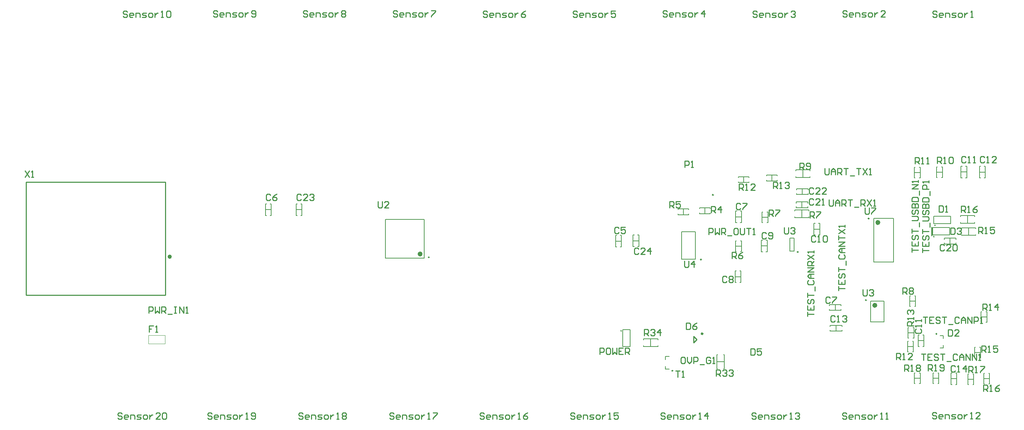
<source format=gbr>
%TF.GenerationSoftware,Altium Limited,Altium Designer,18.1.9 (240)*%
G04 Layer_Color=65535*
%FSLAX26Y26*%
%MOIN*%
%TF.FileFunction,Legend,Top*%
%TF.Part,Single*%
G01*
G75*
%TA.AperFunction,NonConductor*%
%ADD44C,0.003937*%
%ADD45C,0.007874*%
%ADD46C,0.010000*%
%ADD58C,0.009842*%
%ADD59C,0.023622*%
%ADD60C,0.019685*%
%ADD61C,0.005906*%
G36*
X8972947Y3200081D02*
X8972891Y3200025D01*
X8972835Y3199914D01*
X8972669Y3199747D01*
X8972447Y3199470D01*
X8971948Y3198804D01*
X8971281Y3198027D01*
X8970560Y3197195D01*
X8969838Y3196418D01*
X8969173Y3195696D01*
X8968895Y3195363D01*
X8968618Y3195141D01*
X8968673D01*
X8968784Y3195086D01*
X8968951D01*
X8969173Y3195030D01*
X8969505Y3194974D01*
X8969838Y3194863D01*
X8970671Y3194697D01*
X8971670Y3194475D01*
X8972725Y3194253D01*
X8975000Y3193642D01*
X8973835Y3189924D01*
X8973779D01*
X8973668Y3189979D01*
X8973446Y3190090D01*
X8973168Y3190146D01*
X8972835Y3190312D01*
X8972391Y3190479D01*
X8971504Y3190812D01*
X8970504Y3191200D01*
X8969505Y3191644D01*
X8968562Y3192088D01*
X8967785Y3192477D01*
Y3192421D01*
Y3192255D01*
X8967841Y3192033D01*
Y3191700D01*
X8967896Y3191311D01*
X8967951Y3190867D01*
X8968007Y3189869D01*
X8968118Y3188814D01*
X8968229Y3187704D01*
X8968284Y3186760D01*
Y3186316D01*
Y3185928D01*
X8964511D01*
Y3185983D01*
Y3186039D01*
Y3186206D01*
Y3186372D01*
X8964566Y3186983D01*
X8964621Y3187704D01*
X8964733Y3188648D01*
X8964788Y3189813D01*
X8964954Y3191090D01*
X8965121Y3192477D01*
X8965066D01*
X8965010Y3192421D01*
X8964844Y3192366D01*
X8964621Y3192255D01*
X8964067Y3191977D01*
X8963345Y3191644D01*
X8962457Y3191256D01*
X8961403Y3190812D01*
X8960237Y3190368D01*
X8958960Y3189924D01*
X8957739Y3193642D01*
X8957795D01*
X8957906Y3193698D01*
X8958073Y3193753D01*
X8958294Y3193809D01*
X8958628Y3193920D01*
X8958960Y3194031D01*
X8959793Y3194253D01*
X8960792Y3194475D01*
X8961902Y3194753D01*
X8963067Y3194974D01*
X8964289Y3195141D01*
X8964233Y3195197D01*
X8964011Y3195419D01*
X8963622Y3195751D01*
X8963123Y3196251D01*
X8962457Y3196972D01*
X8961736Y3197805D01*
X8960792Y3198860D01*
X8959793Y3200081D01*
X8962901Y3202245D01*
X8962957Y3202134D01*
X8963178Y3201856D01*
X8963512Y3201412D01*
X8963956Y3200802D01*
X8964455Y3199970D01*
X8965066Y3199026D01*
X8965787Y3197916D01*
X8966508Y3196695D01*
Y3196751D01*
X8966564Y3196861D01*
X8966675Y3197028D01*
X8966842Y3197305D01*
X8967174Y3197972D01*
X8967619Y3198749D01*
X8968174Y3199637D01*
X8968728Y3200580D01*
X8969339Y3201468D01*
X8969894Y3202245D01*
X8972947Y3200081D01*
D02*
G37*
G36*
X8982647Y3308488D02*
X8982591Y3308433D01*
X8982535Y3308322D01*
X8982369Y3308155D01*
X8982147Y3307878D01*
X8981647Y3307212D01*
X8980981Y3306435D01*
X8980260Y3305602D01*
X8979539Y3304825D01*
X8978872Y3304104D01*
X8978595Y3303771D01*
X8978317Y3303549D01*
X8978373D01*
X8978484Y3303493D01*
X8978650D01*
X8978872Y3303438D01*
X8979206Y3303382D01*
X8979539Y3303271D01*
X8980371Y3303105D01*
X8981370Y3302883D01*
X8982424Y3302661D01*
X8984700Y3302050D01*
X8983534Y3298332D01*
X8983479D01*
X8983368Y3298387D01*
X8983146Y3298498D01*
X8982869Y3298554D01*
X8982535Y3298720D01*
X8982092Y3298887D01*
X8981203Y3299220D01*
X8980204Y3299608D01*
X8979206Y3300052D01*
X8978262Y3300496D01*
X8977485Y3300885D01*
Y3300829D01*
Y3300663D01*
X8977540Y3300441D01*
Y3300108D01*
X8977596Y3299719D01*
X8977651Y3299275D01*
X8977707Y3298276D01*
X8977818Y3297222D01*
X8977929Y3296112D01*
X8977985Y3295168D01*
Y3294724D01*
Y3294336D01*
X8974210D01*
Y3294391D01*
Y3294447D01*
Y3294613D01*
Y3294780D01*
X8974266Y3295390D01*
X8974322Y3296112D01*
X8974433Y3297055D01*
X8974488Y3298221D01*
X8974655Y3299497D01*
X8974821Y3300885D01*
X8974765D01*
X8974710Y3300829D01*
X8974543Y3300774D01*
X8974322Y3300663D01*
X8973766Y3300385D01*
X8973045Y3300052D01*
X8972157Y3299664D01*
X8971103Y3299220D01*
X8969937Y3298776D01*
X8968660Y3298332D01*
X8967440Y3302050D01*
X8967495D01*
X8967606Y3302106D01*
X8967772Y3302161D01*
X8967995Y3302217D01*
X8968327Y3302328D01*
X8968660Y3302439D01*
X8969493Y3302661D01*
X8970492Y3302883D01*
X8971602Y3303160D01*
X8972767Y3303382D01*
X8973988Y3303549D01*
X8973933Y3303604D01*
X8973711Y3303826D01*
X8973323Y3304159D01*
X8972823Y3304659D01*
X8972157Y3305380D01*
X8971435Y3306213D01*
X8970492Y3307267D01*
X8969493Y3308488D01*
X8972601Y3310653D01*
X8972656Y3310542D01*
X8972879Y3310264D01*
X8973211Y3309820D01*
X8973656Y3309210D01*
X8974155Y3308377D01*
X8974765Y3307434D01*
X8975487Y3306324D01*
X8976209Y3305103D01*
Y3305158D01*
X8976264Y3305269D01*
X8976375Y3305436D01*
X8976541Y3305713D01*
X8976874Y3306379D01*
X8977318Y3307156D01*
X8977873Y3308044D01*
X8978428Y3308988D01*
X8979039Y3309876D01*
X8979594Y3310653D01*
X8982647Y3308488D01*
D02*
G37*
G36*
X6008642Y2313386D02*
X6008698Y2313275D01*
X6008753Y2313109D01*
X6008809Y2312887D01*
X6008920Y2312554D01*
X6009031Y2312221D01*
X6009253Y2311388D01*
X6009475Y2310389D01*
X6009752Y2309279D01*
X6009975Y2308114D01*
X6010141Y2306893D01*
X6010197Y2306948D01*
X6010418Y2307170D01*
X6010752Y2307559D01*
X6011251Y2308058D01*
X6011972Y2308724D01*
X6012805Y2309446D01*
X6013859Y2310389D01*
X6015081Y2311388D01*
X6017245Y2308280D01*
X6017134Y2308225D01*
X6016856Y2308003D01*
X6016413Y2307670D01*
X6015802Y2307226D01*
X6014970Y2306726D01*
X6014026Y2306116D01*
X6012916Y2305394D01*
X6011695Y2304673D01*
X6011751D01*
X6011861Y2304617D01*
X6012028Y2304506D01*
X6012306Y2304340D01*
X6012971Y2304007D01*
X6013748Y2303563D01*
X6014636Y2303008D01*
X6015580Y2302453D01*
X6016468Y2301842D01*
X6017245Y2301287D01*
X6015081Y2298235D01*
X6015025Y2298290D01*
X6014914Y2298346D01*
X6014748Y2298512D01*
X6014470Y2298734D01*
X6013804Y2299234D01*
X6013027Y2299900D01*
X6012194Y2300621D01*
X6011417Y2301343D01*
X6010696Y2302009D01*
X6010363Y2302286D01*
X6010141Y2302564D01*
Y2302508D01*
X6010086Y2302397D01*
Y2302231D01*
X6010030Y2302009D01*
X6009975Y2301676D01*
X6009864Y2301343D01*
X6009697Y2300510D01*
X6009475Y2299511D01*
X6009253Y2298457D01*
X6008642Y2296181D01*
X6004924Y2297347D01*
Y2297402D01*
X6004980Y2297513D01*
X6005091Y2297735D01*
X6005146Y2298013D01*
X6005312Y2298346D01*
X6005479Y2298790D01*
X6005812Y2299678D01*
X6006200Y2300677D01*
X6006645Y2301676D01*
X6007088Y2302619D01*
X6007477Y2303396D01*
X6007422D01*
X6007255D01*
X6007033Y2303341D01*
X6006700D01*
X6006311Y2303285D01*
X6005868Y2303230D01*
X6004868Y2303174D01*
X6003814Y2303063D01*
X6002704Y2302952D01*
X6001761Y2302897D01*
X6001316D01*
X6000928D01*
Y2306671D01*
X6000984D01*
X6001039D01*
X6001206D01*
X6001372D01*
X6001983Y2306615D01*
X6002704Y2306560D01*
X6003648Y2306449D01*
X6004813Y2306393D01*
X6006090Y2306227D01*
X6007477Y2306060D01*
Y2306116D01*
X6007422Y2306171D01*
X6007366Y2306338D01*
X6007255Y2306560D01*
X6006977Y2307115D01*
X6006645Y2307836D01*
X6006256Y2308724D01*
X6005812Y2309779D01*
X6005368Y2310944D01*
X6004924Y2312221D01*
X6008642Y2313442D01*
Y2313386D01*
D02*
G37*
D44*
X7112630Y1927728D02*
G03*
X7112630Y1927728I-1968J0D01*
G01*
X1698740Y2181260D02*
Y2210787D01*
X1541260Y2181260D02*
X1698740D01*
X1541260D02*
Y2260000D01*
X1698740D01*
Y2210787D02*
Y2260000D01*
D45*
X6582739Y3241821D02*
X6712661D01*
X6582739Y2981979D02*
X6712661D01*
X6582739D02*
Y3241821D01*
X6712661Y2981979D02*
Y3241821D01*
X8955000Y3210000D02*
X9116024D01*
X8955000D02*
Y3280000D01*
X9116024D01*
Y3210000D02*
Y3280000D01*
X8964700Y3318408D02*
X9125724D01*
X8964700D02*
Y3388408D01*
X9125724D01*
Y3318408D02*
Y3388408D01*
X9023504Y2257480D02*
X9055591D01*
Y2231496D02*
Y2257480D01*
X9023504Y2142520D02*
X9055591D01*
Y2168504D01*
X6427441Y1941575D02*
X6466811D01*
X6427441D02*
Y1969134D01*
Y2059685D02*
X6466811D01*
X6427441Y2032126D02*
Y2059685D01*
X6025000Y2155157D02*
Y2316181D01*
X6095000D01*
Y2155157D02*
Y2316181D01*
X6025000Y2155157D02*
X6095000D01*
X8397669Y2954579D02*
X8586646D01*
X8397669Y3367965D02*
X8586646D01*
Y2954579D02*
Y3367965D01*
X8397669Y2954579D02*
Y3367965D01*
X7605315Y3058976D02*
Y3181024D01*
X7644685Y3058976D02*
Y3181024D01*
X7605315D02*
X7644685D01*
X7605315Y3058976D02*
X7644685D01*
X4149055Y2990945D02*
Y3359055D01*
X3780945Y2990945D02*
Y3359055D01*
Y2990945D02*
X4149055D01*
X3780945Y3359055D02*
X4149055D01*
X8368708Y2387075D02*
X8494692D01*
X8368708Y2583925D02*
X8494692D01*
Y2387075D02*
Y2583925D01*
X8368708Y2387075D02*
Y2583925D01*
D46*
X6695000Y2245630D02*
Y2250630D01*
X6725000Y2220630D01*
X6695000Y2190630D02*
X6725000Y2220630D01*
X6695000Y2190630D02*
Y2245630D01*
X385039Y3710551D02*
X1702362D01*
X385039Y2640472D02*
Y3710551D01*
Y2640472D02*
X1702362D01*
Y3710551D01*
X6446066Y5322984D02*
X6436069Y5332981D01*
X6416075D01*
X6406079Y5322984D01*
Y5312987D01*
X6416075Y5302990D01*
X6436069D01*
X6446066Y5292993D01*
Y5282997D01*
X6436069Y5273000D01*
X6416075D01*
X6406079Y5282997D01*
X6496050Y5273000D02*
X6476056D01*
X6466059Y5282997D01*
Y5302990D01*
X6476056Y5312987D01*
X6496050D01*
X6506046Y5302990D01*
Y5292993D01*
X6466059D01*
X6526040Y5273000D02*
Y5312987D01*
X6556030D01*
X6566027Y5302990D01*
Y5273000D01*
X6586020D02*
X6616011D01*
X6626008Y5282997D01*
X6616011Y5292993D01*
X6596017D01*
X6586020Y5302990D01*
X6596017Y5312987D01*
X6626008D01*
X6655998Y5273000D02*
X6675991D01*
X6685988Y5282997D01*
Y5302990D01*
X6675991Y5312987D01*
X6655998D01*
X6646001Y5302990D01*
Y5282997D01*
X6655998Y5273000D01*
X6705982Y5312987D02*
Y5273000D01*
Y5292993D01*
X6715979Y5302990D01*
X6725975Y5312987D01*
X6735972D01*
X6795953Y5273000D02*
Y5332981D01*
X6765962Y5302990D01*
X6805949D01*
X7935500Y3841481D02*
Y3791497D01*
X7945497Y3781500D01*
X7965490D01*
X7975487Y3791497D01*
Y3841481D01*
X7995481Y3781500D02*
Y3821487D01*
X8015474Y3841481D01*
X8035468Y3821487D01*
Y3781500D01*
Y3811490D01*
X7995481D01*
X8055461Y3781500D02*
Y3841481D01*
X8085452D01*
X8095448Y3831484D01*
Y3811490D01*
X8085452Y3801494D01*
X8055461D01*
X8075455D02*
X8095448Y3781500D01*
X8115442Y3841481D02*
X8155429D01*
X8135435D01*
Y3781500D01*
X8175422Y3771503D02*
X8215409D01*
X8235403Y3841481D02*
X8275390D01*
X8255397D01*
Y3781500D01*
X8295384Y3841481D02*
X8335371Y3781500D01*
Y3841481D02*
X8295384Y3781500D01*
X8355364D02*
X8375358D01*
X8365361D01*
Y3841481D01*
X8355364Y3831484D01*
X7975200Y3544888D02*
Y3494905D01*
X7985197Y3484908D01*
X8005190D01*
X8015187Y3494905D01*
Y3544888D01*
X8035181Y3484908D02*
Y3524895D01*
X8055174Y3544888D01*
X8075168Y3524895D01*
Y3484908D01*
Y3514898D01*
X8035181D01*
X8095161Y3484908D02*
Y3544888D01*
X8125151D01*
X8135148Y3534892D01*
Y3514898D01*
X8125151Y3504901D01*
X8095161D01*
X8115155D02*
X8135148Y3484908D01*
X8155142Y3544888D02*
X8195129D01*
X8175135D01*
Y3484908D01*
X8215122Y3474911D02*
X8255110D01*
X8275103Y3484908D02*
Y3544888D01*
X8305093D01*
X8315090Y3534892D01*
Y3514898D01*
X8305093Y3504901D01*
X8275103D01*
X8295096D02*
X8315090Y3484908D01*
X8335084Y3544888D02*
X8375071Y3484908D01*
Y3544888D02*
X8335084Y3484908D01*
X8395064D02*
X8415058D01*
X8405061D01*
Y3544888D01*
X8395064Y3534892D01*
X8860019Y3045000D02*
Y3084987D01*
Y3064994D01*
X8920000D01*
X8860019Y3144968D02*
Y3104981D01*
X8920000D01*
Y3144968D01*
X8890010Y3104981D02*
Y3124974D01*
X8870016Y3204948D02*
X8860019Y3194952D01*
Y3174958D01*
X8870016Y3164961D01*
X8880013D01*
X8890010Y3174958D01*
Y3194952D01*
X8900006Y3204948D01*
X8910003D01*
X8920000Y3194952D01*
Y3174958D01*
X8910003Y3164961D01*
X8860019Y3224942D02*
Y3264929D01*
Y3244935D01*
X8920000D01*
X8929997Y3284922D02*
Y3324910D01*
X8860019Y3344903D02*
X8910003D01*
X8920000Y3354900D01*
Y3374893D01*
X8910003Y3384890D01*
X8860019D01*
X8870016Y3444871D02*
X8860019Y3434874D01*
Y3414880D01*
X8870016Y3404884D01*
X8880013D01*
X8890010Y3414880D01*
Y3434874D01*
X8900006Y3444871D01*
X8910003D01*
X8920000Y3434874D01*
Y3414880D01*
X8910003Y3404884D01*
X8860019Y3464864D02*
X8920000D01*
Y3494854D01*
X8910003Y3504851D01*
X8900006D01*
X8890010Y3494854D01*
Y3464864D01*
Y3494854D01*
X8880013Y3504851D01*
X8870016D01*
X8860019Y3494854D01*
Y3464864D01*
Y3524845D02*
X8920000D01*
Y3554835D01*
X8910003Y3564832D01*
X8870016D01*
X8860019Y3554835D01*
Y3524845D01*
X8929997Y3584825D02*
Y3624812D01*
X8920000Y3644806D02*
X8860019D01*
Y3674796D01*
X8870016Y3684793D01*
X8890010D01*
X8900006Y3674796D01*
Y3644806D01*
X8920000Y3704787D02*
Y3724780D01*
Y3714783D01*
X8860019D01*
X8870016Y3704787D01*
X8758738Y3047047D02*
Y3087034D01*
Y3067041D01*
X8818719D01*
X8758738Y3147015D02*
Y3107028D01*
X8818719D01*
Y3147015D01*
X8788728Y3107028D02*
Y3127021D01*
X8768735Y3206995D02*
X8758738Y3196999D01*
Y3177005D01*
X8768735Y3167008D01*
X8778731D01*
X8788728Y3177005D01*
Y3196999D01*
X8798725Y3206995D01*
X8808722D01*
X8818719Y3196999D01*
Y3177005D01*
X8808722Y3167008D01*
X8758738Y3226989D02*
Y3266976D01*
Y3246983D01*
X8818719D01*
X8828715Y3286970D02*
Y3326957D01*
X8758738Y3346950D02*
X8808722D01*
X8818719Y3356947D01*
Y3376941D01*
X8808722Y3386937D01*
X8758738D01*
X8768735Y3446918D02*
X8758738Y3436921D01*
Y3416928D01*
X8768735Y3406931D01*
X8778731D01*
X8788728Y3416928D01*
Y3436921D01*
X8798725Y3446918D01*
X8808722D01*
X8818719Y3436921D01*
Y3416928D01*
X8808722Y3406931D01*
X8758738Y3466911D02*
X8818719D01*
Y3496902D01*
X8808722Y3506898D01*
X8798725D01*
X8788728Y3496902D01*
Y3466911D01*
Y3496902D01*
X8778731Y3506898D01*
X8768735D01*
X8758738Y3496902D01*
Y3466911D01*
Y3526892D02*
X8818719D01*
Y3556882D01*
X8808722Y3566879D01*
X8768735D01*
X8758738Y3556882D01*
Y3526892D01*
X8828715Y3586873D02*
Y3626860D01*
X8818719Y3646853D02*
X8758738D01*
X8818719Y3686840D01*
X8758738D01*
X8818719Y3706834D02*
Y3726827D01*
Y3716831D01*
X8758738D01*
X8768735Y3706834D01*
X8065019Y2685000D02*
Y2724987D01*
Y2704994D01*
X8125000D01*
X8065019Y2784968D02*
Y2744981D01*
X8125000D01*
Y2784968D01*
X8095010Y2744981D02*
Y2764974D01*
X8075016Y2844948D02*
X8065019Y2834952D01*
Y2814958D01*
X8075016Y2804961D01*
X8085013D01*
X8095010Y2814958D01*
Y2834952D01*
X8105007Y2844948D01*
X8115003D01*
X8125000Y2834952D01*
Y2814958D01*
X8115003Y2804961D01*
X8065019Y2864942D02*
Y2904929D01*
Y2884935D01*
X8125000D01*
X8134997Y2924922D02*
Y2964910D01*
X8075016Y3024890D02*
X8065019Y3014893D01*
Y2994900D01*
X8075016Y2984903D01*
X8115003D01*
X8125000Y2994900D01*
Y3014893D01*
X8115003Y3024890D01*
X8125000Y3044884D02*
X8085013D01*
X8065019Y3064877D01*
X8085013Y3084871D01*
X8125000D01*
X8095010D01*
Y3044884D01*
X8125000Y3104864D02*
X8065019D01*
X8125000Y3144851D01*
X8065019D01*
Y3164845D02*
Y3204832D01*
Y3184838D01*
X8125000D01*
X8065019Y3224825D02*
X8125000Y3264812D01*
X8065019D02*
X8125000Y3224825D01*
Y3284806D02*
Y3304800D01*
Y3294803D01*
X8065019D01*
X8075016Y3284806D01*
X7770334Y2440000D02*
Y2479987D01*
Y2459994D01*
X7830315D01*
X7770334Y2539968D02*
Y2499981D01*
X7830315D01*
Y2539968D01*
X7800325Y2499981D02*
Y2519974D01*
X7780331Y2599948D02*
X7770334Y2589952D01*
Y2569958D01*
X7780331Y2559961D01*
X7790328D01*
X7800325Y2569958D01*
Y2589952D01*
X7810322Y2599948D01*
X7820318D01*
X7830315Y2589952D01*
Y2569958D01*
X7820318Y2559961D01*
X7770334Y2619942D02*
Y2659929D01*
Y2639935D01*
X7830315D01*
X7840312Y2679922D02*
Y2719910D01*
X7780331Y2779890D02*
X7770334Y2769893D01*
Y2749900D01*
X7780331Y2739903D01*
X7820318D01*
X7830315Y2749900D01*
Y2769893D01*
X7820318Y2779890D01*
X7830315Y2799884D02*
X7790328D01*
X7770334Y2819877D01*
X7790328Y2839871D01*
X7830315D01*
X7800325D01*
Y2799884D01*
X7830315Y2859864D02*
X7770334D01*
X7830315Y2899851D01*
X7770334D01*
X7830315Y2919845D02*
X7770334D01*
Y2949835D01*
X7780331Y2959832D01*
X7800325D01*
X7810322Y2949835D01*
Y2919845D01*
Y2939838D02*
X7830315Y2959832D01*
X7770334Y2979825D02*
X7830315Y3019812D01*
X7770334D02*
X7830315Y2979825D01*
Y3039806D02*
Y3059800D01*
Y3049803D01*
X7770334D01*
X7780331Y3039806D01*
X8864754Y2434981D02*
X8904742D01*
X8884748D01*
Y2375000D01*
X8964722Y2434981D02*
X8924735D01*
Y2375000D01*
X8964722D01*
X8924735Y2404990D02*
X8944729D01*
X9024703Y2424984D02*
X9014706Y2434981D01*
X8994712D01*
X8984716Y2424984D01*
Y2414987D01*
X8994712Y2404990D01*
X9014706D01*
X9024703Y2394994D01*
Y2384997D01*
X9014706Y2375000D01*
X8994712D01*
X8984716Y2384997D01*
X9044696Y2434981D02*
X9084683D01*
X9064690D01*
Y2375000D01*
X9104677Y2365003D02*
X9144664D01*
X9204645Y2424984D02*
X9194648Y2434981D01*
X9174654D01*
X9164657Y2424984D01*
Y2384997D01*
X9174654Y2375000D01*
X9194648D01*
X9204645Y2384997D01*
X9224638Y2375000D02*
Y2414987D01*
X9244632Y2434981D01*
X9264625Y2414987D01*
Y2375000D01*
Y2404990D01*
X9224638D01*
X9284619Y2375000D02*
Y2434981D01*
X9324606Y2375000D01*
Y2434981D01*
X9344599Y2375000D02*
Y2434981D01*
X9374590D01*
X9384586Y2424984D01*
Y2404990D01*
X9374590Y2394994D01*
X9344599D01*
X9404580Y2375000D02*
X9424573D01*
X9414577D01*
Y2434981D01*
X9404580Y2424984D01*
X8850000Y2084128D02*
X8889987D01*
X8869994D01*
Y2024147D01*
X8949968Y2084128D02*
X8909981D01*
Y2024147D01*
X8949968D01*
X8909981Y2054138D02*
X8929974D01*
X9009948Y2074131D02*
X8999951Y2084128D01*
X8979958D01*
X8969961Y2074131D01*
Y2064134D01*
X8979958Y2054138D01*
X8999951D01*
X9009948Y2044141D01*
Y2034144D01*
X8999951Y2024147D01*
X8979958D01*
X8969961Y2034144D01*
X9029942Y2084128D02*
X9069929D01*
X9049935D01*
Y2024147D01*
X9089922Y2014150D02*
X9129909D01*
X9189890Y2074131D02*
X9179893Y2084128D01*
X9159900D01*
X9149903Y2074131D01*
Y2034144D01*
X9159900Y2024147D01*
X9179893D01*
X9189890Y2034144D01*
X9209884Y2024147D02*
Y2064134D01*
X9229877Y2084128D01*
X9249871Y2064134D01*
Y2024147D01*
Y2054138D01*
X9209884D01*
X9269864Y2024147D02*
Y2084128D01*
X9309851Y2024147D01*
Y2084128D01*
X9329845Y2024147D02*
Y2084128D01*
X9369832Y2024147D01*
Y2084128D01*
X9389825Y2024147D02*
X9409819D01*
X9399822D01*
Y2084128D01*
X9389825Y2074131D01*
X9430000Y2498075D02*
Y2558055D01*
X9459990D01*
X9469987Y2548058D01*
Y2528065D01*
X9459990Y2518068D01*
X9430000D01*
X9449994D02*
X9469987Y2498075D01*
X9489981D02*
X9509974D01*
X9499977D01*
Y2558055D01*
X9489981Y2548058D01*
X9569955Y2498075D02*
Y2558055D01*
X9539964Y2528065D01*
X9579951D01*
X6836869Y3214876D02*
Y3274856D01*
X6866860D01*
X6876857Y3264860D01*
Y3244866D01*
X6866860Y3234869D01*
X6836869D01*
X6896850Y3274856D02*
Y3214876D01*
X6916844Y3234869D01*
X6936837Y3214876D01*
Y3274856D01*
X6956831Y3214876D02*
Y3274856D01*
X6986821D01*
X6996818Y3264860D01*
Y3244866D01*
X6986821Y3234869D01*
X6956831D01*
X6976824D02*
X6996818Y3214876D01*
X7016811Y3204879D02*
X7056798D01*
X7106782Y3274856D02*
X7086789D01*
X7076792Y3264860D01*
Y3224872D01*
X7086789Y3214876D01*
X7106782D01*
X7116779Y3224872D01*
Y3264860D01*
X7106782Y3274856D01*
X7136773D02*
Y3224872D01*
X7146769Y3214876D01*
X7166763D01*
X7176760Y3224872D01*
Y3274856D01*
X7196753D02*
X7236740D01*
X7216747D01*
Y3214876D01*
X7256734D02*
X7276727D01*
X7266730D01*
Y3274856D01*
X7256734Y3264860D01*
X1545500Y2471500D02*
Y2531481D01*
X1575490D01*
X1585487Y2521484D01*
Y2501490D01*
X1575490Y2491494D01*
X1545500D01*
X1605481Y2531481D02*
Y2471500D01*
X1625474Y2491494D01*
X1645468Y2471500D01*
Y2531481D01*
X1665461Y2471500D02*
Y2531481D01*
X1695451D01*
X1705448Y2521484D01*
Y2501490D01*
X1695451Y2491494D01*
X1665461D01*
X1685455D02*
X1705448Y2471500D01*
X1725442Y2461503D02*
X1765429D01*
X1785422Y2531481D02*
X1805416D01*
X1795419D01*
Y2471500D01*
X1785422D01*
X1805416D01*
X1835406D02*
Y2531481D01*
X1875393Y2471500D01*
Y2531481D01*
X1895387Y2471500D02*
X1915380D01*
X1905384D01*
Y2531481D01*
X1895387Y2521484D01*
X6604176Y2054981D02*
X6584182D01*
X6574186Y2044984D01*
Y2004997D01*
X6584182Y1995000D01*
X6604176D01*
X6614173Y2004997D01*
Y2044984D01*
X6604176Y2054981D01*
X6634166D02*
Y2014994D01*
X6654160Y1995000D01*
X6674153Y2014994D01*
Y2054981D01*
X6694147Y1995000D02*
Y2054981D01*
X6724137D01*
X6734134Y2044984D01*
Y2024990D01*
X6724137Y2014994D01*
X6694147D01*
X6754127Y1985003D02*
X6794114D01*
X6854095Y2044984D02*
X6844098Y2054981D01*
X6824105D01*
X6814108Y2044984D01*
Y2004997D01*
X6824105Y1995000D01*
X6844098D01*
X6854095Y2004997D01*
Y2024990D01*
X6834101D01*
X6874089Y1995000D02*
X6894082D01*
X6884085D01*
Y2054981D01*
X6874089Y2044984D01*
X374000Y3817925D02*
X413987Y3757945D01*
Y3817925D02*
X374000Y3757945D01*
X433981D02*
X453974D01*
X443977D01*
Y3817925D01*
X433981Y3807929D01*
X8315874Y3468488D02*
Y3418505D01*
X8325871Y3408508D01*
X8345864D01*
X8355861Y3418505D01*
Y3468488D01*
X8375855D02*
X8415842D01*
Y3458492D01*
X8375855Y3418505D01*
Y3408508D01*
X6610000Y2964981D02*
Y2914997D01*
X6619997Y2905000D01*
X6639990D01*
X6649987Y2914997D01*
Y2964981D01*
X6699971Y2905000D02*
Y2964981D01*
X6669981Y2934990D01*
X6709968D01*
X7551634Y3281879D02*
Y3231895D01*
X7561631Y3221898D01*
X7581624D01*
X7591621Y3231895D01*
Y3281879D01*
X7611614Y3271882D02*
X7621611Y3281879D01*
X7641605D01*
X7651602Y3271882D01*
Y3261885D01*
X7641605Y3251889D01*
X7631608D01*
X7641605D01*
X7651602Y3241892D01*
Y3231895D01*
X7641605Y3221898D01*
X7621611D01*
X7611614Y3231895D01*
X3712000Y3527981D02*
Y3477997D01*
X3721997Y3468000D01*
X3741990D01*
X3751987Y3477997D01*
Y3527981D01*
X3811968Y3468000D02*
X3771981D01*
X3811968Y3507987D01*
Y3517984D01*
X3801971Y3527981D01*
X3781977D01*
X3771981Y3517984D01*
X8295000Y2693981D02*
Y2643997D01*
X8304997Y2634000D01*
X8324990D01*
X8334987Y2643997D01*
Y2693981D01*
X8354981Y2683984D02*
X8364977Y2693981D01*
X8384971D01*
X8394968Y2683984D01*
Y2673987D01*
X8384971Y2663990D01*
X8374974D01*
X8384971D01*
X8394968Y2653994D01*
Y2643997D01*
X8384971Y2634000D01*
X8364977D01*
X8354981Y2643997D01*
X6524848Y1924981D02*
X6564835D01*
X6544842D01*
Y1865000D01*
X6584829D02*
X6604822D01*
X6594826D01*
Y1924981D01*
X6584829Y1914984D01*
X1290487Y1516484D02*
X1280490Y1526481D01*
X1260497D01*
X1250500Y1516484D01*
Y1506487D01*
X1260497Y1496490D01*
X1280490D01*
X1290487Y1486494D01*
Y1476497D01*
X1280490Y1466500D01*
X1260497D01*
X1250500Y1476497D01*
X1340471Y1466500D02*
X1320477D01*
X1310481Y1476497D01*
Y1496490D01*
X1320477Y1506487D01*
X1340471D01*
X1350468Y1496490D01*
Y1486494D01*
X1310481D01*
X1370461Y1466500D02*
Y1506487D01*
X1400451D01*
X1410448Y1496490D01*
Y1466500D01*
X1430442D02*
X1460432D01*
X1470429Y1476497D01*
X1460432Y1486494D01*
X1440439D01*
X1430442Y1496490D01*
X1440439Y1506487D01*
X1470429D01*
X1500419Y1466500D02*
X1520413D01*
X1530409Y1476497D01*
Y1496490D01*
X1520413Y1506487D01*
X1500419D01*
X1490422Y1496490D01*
Y1476497D01*
X1500419Y1466500D01*
X1550403Y1506487D02*
Y1466500D01*
Y1486494D01*
X1560400Y1496490D01*
X1570397Y1506487D01*
X1580393D01*
X1650371Y1466500D02*
X1610384D01*
X1650371Y1506487D01*
Y1516484D01*
X1640374Y1526481D01*
X1620380D01*
X1610384Y1516484D01*
X1670364D02*
X1680361Y1526481D01*
X1700354D01*
X1710351Y1516484D01*
Y1476497D01*
X1700354Y1466500D01*
X1680361D01*
X1670364Y1476497D01*
Y1516484D01*
X2142062D02*
X2132065Y1526481D01*
X2112072D01*
X2102075Y1516484D01*
Y1506487D01*
X2112072Y1496490D01*
X2132065D01*
X2142062Y1486494D01*
Y1476497D01*
X2132065Y1466500D01*
X2112072D01*
X2102075Y1476497D01*
X2192046Y1466500D02*
X2172052D01*
X2162055Y1476497D01*
Y1496490D01*
X2172052Y1506487D01*
X2192046D01*
X2202043Y1496490D01*
Y1486494D01*
X2162055D01*
X2222036Y1466500D02*
Y1506487D01*
X2252026D01*
X2262023Y1496490D01*
Y1466500D01*
X2282017D02*
X2312007D01*
X2322004Y1476497D01*
X2312007Y1486494D01*
X2292013D01*
X2282017Y1496490D01*
X2292013Y1506487D01*
X2322004D01*
X2351994Y1466500D02*
X2371988D01*
X2381984Y1476497D01*
Y1496490D01*
X2371988Y1506487D01*
X2351994D01*
X2341997Y1496490D01*
Y1476497D01*
X2351994Y1466500D01*
X2401978Y1506487D02*
Y1466500D01*
Y1486494D01*
X2411975Y1496490D01*
X2421971Y1506487D01*
X2431968D01*
X2461958Y1466500D02*
X2481952D01*
X2471955D01*
Y1526481D01*
X2461958Y1516484D01*
X2511942Y1476497D02*
X2521939Y1466500D01*
X2541932D01*
X2551929Y1476497D01*
Y1516484D01*
X2541932Y1526481D01*
X2521939D01*
X2511942Y1516484D01*
Y1506487D01*
X2521939Y1496490D01*
X2551929D01*
X3000487Y1516484D02*
X2990490Y1526481D01*
X2970497D01*
X2960500Y1516484D01*
Y1506487D01*
X2970497Y1496490D01*
X2990490D01*
X3000487Y1486494D01*
Y1476497D01*
X2990490Y1466500D01*
X2970497D01*
X2960500Y1476497D01*
X3050471Y1466500D02*
X3030477D01*
X3020481Y1476497D01*
Y1496490D01*
X3030477Y1506487D01*
X3050471D01*
X3060468Y1496490D01*
Y1486494D01*
X3020481D01*
X3080461Y1466500D02*
Y1506487D01*
X3110452D01*
X3120448Y1496490D01*
Y1466500D01*
X3140442D02*
X3170432D01*
X3180429Y1476497D01*
X3170432Y1486494D01*
X3150439D01*
X3140442Y1496490D01*
X3150439Y1506487D01*
X3180429D01*
X3210419Y1466500D02*
X3230413D01*
X3240410Y1476497D01*
Y1496490D01*
X3230413Y1506487D01*
X3210419D01*
X3200422Y1496490D01*
Y1476497D01*
X3210419Y1466500D01*
X3260403Y1506487D02*
Y1466500D01*
Y1486494D01*
X3270400Y1496490D01*
X3280396Y1506487D01*
X3290393D01*
X3320384Y1466500D02*
X3340377D01*
X3330380D01*
Y1526481D01*
X3320384Y1516484D01*
X3370367D02*
X3380364Y1526481D01*
X3400358D01*
X3410354Y1516484D01*
Y1506487D01*
X3400358Y1496490D01*
X3410354Y1486494D01*
Y1476497D01*
X3400358Y1466500D01*
X3380364D01*
X3370367Y1476497D01*
Y1486494D01*
X3380364Y1496490D01*
X3370367Y1506487D01*
Y1516484D01*
X3380364Y1496490D02*
X3400358D01*
X3860487Y1516484D02*
X3850490Y1526481D01*
X3830497D01*
X3820500Y1516484D01*
Y1506487D01*
X3830497Y1496490D01*
X3850490D01*
X3860487Y1486494D01*
Y1476497D01*
X3850490Y1466500D01*
X3830497D01*
X3820500Y1476497D01*
X3910471Y1466500D02*
X3890477D01*
X3880481Y1476497D01*
Y1496490D01*
X3890477Y1506487D01*
X3910471D01*
X3920468Y1496490D01*
Y1486494D01*
X3880481D01*
X3940461Y1466500D02*
Y1506487D01*
X3970452D01*
X3980448Y1496490D01*
Y1466500D01*
X4000442D02*
X4030432D01*
X4040429Y1476497D01*
X4030432Y1486494D01*
X4010439D01*
X4000442Y1496490D01*
X4010439Y1506487D01*
X4040429D01*
X4070419Y1466500D02*
X4090413D01*
X4100409Y1476497D01*
Y1496490D01*
X4090413Y1506487D01*
X4070419D01*
X4060422Y1496490D01*
Y1476497D01*
X4070419Y1466500D01*
X4120403Y1506487D02*
Y1466500D01*
Y1486494D01*
X4130400Y1496490D01*
X4140396Y1506487D01*
X4150393D01*
X4180384Y1466500D02*
X4200377D01*
X4190380D01*
Y1526481D01*
X4180384Y1516484D01*
X4230367Y1526481D02*
X4270355D01*
Y1516484D01*
X4230367Y1476497D01*
Y1466500D01*
X4715487Y1516484D02*
X4705490Y1526481D01*
X4685497D01*
X4675500Y1516484D01*
Y1506487D01*
X4685497Y1496490D01*
X4705490D01*
X4715487Y1486494D01*
Y1476497D01*
X4705490Y1466500D01*
X4685497D01*
X4675500Y1476497D01*
X4765471Y1466500D02*
X4745477D01*
X4735481Y1476497D01*
Y1496490D01*
X4745477Y1506487D01*
X4765471D01*
X4775468Y1496490D01*
Y1486494D01*
X4735481D01*
X4795461Y1466500D02*
Y1506487D01*
X4825452D01*
X4835448Y1496490D01*
Y1466500D01*
X4855442D02*
X4885432D01*
X4895429Y1476497D01*
X4885432Y1486494D01*
X4865439D01*
X4855442Y1496490D01*
X4865439Y1506487D01*
X4895429D01*
X4925419Y1466500D02*
X4945413D01*
X4955409Y1476497D01*
Y1496490D01*
X4945413Y1506487D01*
X4925419D01*
X4915422Y1496490D01*
Y1476497D01*
X4925419Y1466500D01*
X4975403Y1506487D02*
Y1466500D01*
Y1486494D01*
X4985400Y1496490D01*
X4995396Y1506487D01*
X5005393D01*
X5035384Y1466500D02*
X5055377D01*
X5045380D01*
Y1526481D01*
X5035384Y1516484D01*
X5125355Y1526481D02*
X5105361Y1516484D01*
X5085367Y1496490D01*
Y1476497D01*
X5095364Y1466500D01*
X5115358D01*
X5125355Y1476497D01*
Y1486494D01*
X5115358Y1496490D01*
X5085367D01*
X5570487Y1516484D02*
X5560490Y1526481D01*
X5540497D01*
X5530500Y1516484D01*
Y1506487D01*
X5540497Y1496490D01*
X5560490D01*
X5570487Y1486494D01*
Y1476497D01*
X5560490Y1466500D01*
X5540497D01*
X5530500Y1476497D01*
X5620471Y1466500D02*
X5600477D01*
X5590481Y1476497D01*
Y1496490D01*
X5600477Y1506487D01*
X5620471D01*
X5630468Y1496490D01*
Y1486494D01*
X5590481D01*
X5650461Y1466500D02*
Y1506487D01*
X5680452D01*
X5690448Y1496490D01*
Y1466500D01*
X5710442D02*
X5740432D01*
X5750429Y1476497D01*
X5740432Y1486494D01*
X5720439D01*
X5710442Y1496490D01*
X5720439Y1506487D01*
X5750429D01*
X5780419Y1466500D02*
X5800413D01*
X5810409Y1476497D01*
Y1496490D01*
X5800413Y1506487D01*
X5780419D01*
X5770422Y1496490D01*
Y1476497D01*
X5780419Y1466500D01*
X5830403Y1506487D02*
Y1466500D01*
Y1486494D01*
X5840400Y1496490D01*
X5850396Y1506487D01*
X5860393D01*
X5890384Y1466500D02*
X5910377D01*
X5900380D01*
Y1526481D01*
X5890384Y1516484D01*
X5980355Y1526481D02*
X5940367D01*
Y1496490D01*
X5960361Y1506487D01*
X5970358D01*
X5980355Y1496490D01*
Y1476497D01*
X5970358Y1466500D01*
X5950364D01*
X5940367Y1476497D01*
X6425487Y1516484D02*
X6415490Y1526481D01*
X6395497D01*
X6385500Y1516484D01*
Y1506487D01*
X6395497Y1496490D01*
X6415490D01*
X6425487Y1486494D01*
Y1476497D01*
X6415490Y1466500D01*
X6395497D01*
X6385500Y1476497D01*
X6475471Y1466500D02*
X6455477D01*
X6445481Y1476497D01*
Y1496490D01*
X6455477Y1506487D01*
X6475471D01*
X6485468Y1496490D01*
Y1486494D01*
X6445481D01*
X6505461Y1466500D02*
Y1506487D01*
X6535452D01*
X6545448Y1496490D01*
Y1466500D01*
X6565442D02*
X6595432D01*
X6605429Y1476497D01*
X6595432Y1486494D01*
X6575439D01*
X6565442Y1496490D01*
X6575439Y1506487D01*
X6605429D01*
X6635419Y1466500D02*
X6655413D01*
X6665409Y1476497D01*
Y1496490D01*
X6655413Y1506487D01*
X6635419D01*
X6625422Y1496490D01*
Y1476497D01*
X6635419Y1466500D01*
X6685403Y1506487D02*
Y1466500D01*
Y1486494D01*
X6695400Y1496490D01*
X6705396Y1506487D01*
X6715393D01*
X6745384Y1466500D02*
X6765377D01*
X6755380D01*
Y1526481D01*
X6745384Y1516484D01*
X6825358Y1466500D02*
Y1526481D01*
X6795367Y1496490D01*
X6835355D01*
X7284164Y1516484D02*
X7274167Y1526481D01*
X7254174D01*
X7244177Y1516484D01*
Y1506487D01*
X7254174Y1496490D01*
X7274167D01*
X7284164Y1486494D01*
Y1476497D01*
X7274167Y1466500D01*
X7254174D01*
X7244177Y1476497D01*
X7334148Y1466500D02*
X7314155D01*
X7304158Y1476497D01*
Y1496490D01*
X7314155Y1506487D01*
X7334148D01*
X7344145Y1496490D01*
Y1486494D01*
X7304158D01*
X7364138Y1466500D02*
Y1506487D01*
X7394129D01*
X7404126Y1496490D01*
Y1466500D01*
X7424119D02*
X7454109D01*
X7464106Y1476497D01*
X7454109Y1486494D01*
X7434116D01*
X7424119Y1496490D01*
X7434116Y1506487D01*
X7464106D01*
X7494096Y1466500D02*
X7514090D01*
X7524087Y1476497D01*
Y1496490D01*
X7514090Y1506487D01*
X7494096D01*
X7484100Y1496490D01*
Y1476497D01*
X7494096Y1466500D01*
X7544080Y1506487D02*
Y1466500D01*
Y1486494D01*
X7554077Y1496490D01*
X7564074Y1506487D01*
X7574070D01*
X7604061Y1466500D02*
X7624054D01*
X7614058D01*
Y1526481D01*
X7604061Y1516484D01*
X7654045D02*
X7664041Y1526481D01*
X7684035D01*
X7694032Y1516484D01*
Y1506487D01*
X7684035Y1496490D01*
X7674038D01*
X7684035D01*
X7694032Y1486494D01*
Y1476497D01*
X7684035Y1466500D01*
X7664041D01*
X7654045Y1476497D01*
X8990566Y1521484D02*
X8980569Y1531481D01*
X8960576D01*
X8950579Y1521484D01*
Y1511487D01*
X8960576Y1501490D01*
X8980569D01*
X8990566Y1491494D01*
Y1481497D01*
X8980569Y1471500D01*
X8960576D01*
X8950579Y1481497D01*
X9040550Y1471500D02*
X9020556D01*
X9010559Y1481497D01*
Y1501490D01*
X9020556Y1511487D01*
X9040550D01*
X9050546Y1501490D01*
Y1491494D01*
X9010559D01*
X9070540Y1471500D02*
Y1511487D01*
X9100530D01*
X9110527Y1501490D01*
Y1471500D01*
X9130521D02*
X9160511D01*
X9170508Y1481497D01*
X9160511Y1491494D01*
X9140517D01*
X9130521Y1501490D01*
X9140517Y1511487D01*
X9170508D01*
X9200498Y1471500D02*
X9220491D01*
X9230488Y1481497D01*
Y1501490D01*
X9220491Y1511487D01*
X9200498D01*
X9190501Y1501490D01*
Y1481497D01*
X9200498Y1471500D01*
X9250482Y1511487D02*
Y1471500D01*
Y1491494D01*
X9260478Y1501490D01*
X9270475Y1511487D01*
X9280472D01*
X9310462Y1471500D02*
X9330456D01*
X9320459D01*
Y1531481D01*
X9310462Y1521484D01*
X9400433Y1471500D02*
X9360446D01*
X9400433Y1511487D01*
Y1521484D01*
X9390436Y1531481D01*
X9370443D01*
X9360446Y1521484D01*
X8140566Y1516484D02*
X8130569Y1526481D01*
X8110575D01*
X8100579Y1516484D01*
Y1506487D01*
X8110575Y1496490D01*
X8130569D01*
X8140566Y1486494D01*
Y1476497D01*
X8130569Y1466500D01*
X8110575D01*
X8100579Y1476497D01*
X8190550Y1466500D02*
X8170556D01*
X8160559Y1476497D01*
Y1496490D01*
X8170556Y1506487D01*
X8190550D01*
X8200546Y1496490D01*
Y1486494D01*
X8160559D01*
X8220540Y1466500D02*
Y1506487D01*
X8250530D01*
X8260527Y1496490D01*
Y1466500D01*
X8280521D02*
X8310511D01*
X8320508Y1476497D01*
X8310511Y1486494D01*
X8290517D01*
X8280521Y1496490D01*
X8290517Y1506487D01*
X8320508D01*
X8350498Y1466500D02*
X8370491D01*
X8380488Y1476497D01*
Y1496490D01*
X8370491Y1506487D01*
X8350498D01*
X8340501Y1496490D01*
Y1476497D01*
X8350498Y1466500D01*
X8400482Y1506487D02*
Y1466500D01*
Y1486494D01*
X8410478Y1496490D01*
X8420475Y1506487D01*
X8430472D01*
X8460462Y1466500D02*
X8480456D01*
X8470459D01*
Y1526481D01*
X8460462Y1516484D01*
X8510446Y1466500D02*
X8530440D01*
X8520443D01*
Y1526481D01*
X8510446Y1516484D01*
X1340987Y5322784D02*
X1330990Y5332781D01*
X1310997D01*
X1301000Y5322784D01*
Y5312787D01*
X1310997Y5302790D01*
X1330990D01*
X1340987Y5292793D01*
Y5282797D01*
X1330990Y5272800D01*
X1310997D01*
X1301000Y5282797D01*
X1390971Y5272800D02*
X1370977D01*
X1360981Y5282797D01*
Y5302790D01*
X1370977Y5312787D01*
X1390971D01*
X1400968Y5302790D01*
Y5292793D01*
X1360981D01*
X1420961Y5272800D02*
Y5312787D01*
X1450951D01*
X1460948Y5302790D01*
Y5272800D01*
X1480942D02*
X1510932D01*
X1520929Y5282797D01*
X1510932Y5292793D01*
X1490939D01*
X1480942Y5302790D01*
X1490939Y5312787D01*
X1520929D01*
X1550919Y5272800D02*
X1570913D01*
X1580909Y5282797D01*
Y5302790D01*
X1570913Y5312787D01*
X1550919D01*
X1540922Y5302790D01*
Y5282797D01*
X1550919Y5272800D01*
X1600903Y5312787D02*
Y5272800D01*
Y5292793D01*
X1610900Y5302790D01*
X1620897Y5312787D01*
X1630893D01*
X1660884Y5272800D02*
X1680877D01*
X1670880D01*
Y5332781D01*
X1660884Y5322784D01*
X1710867D02*
X1720864Y5332781D01*
X1740858D01*
X1750854Y5322784D01*
Y5282797D01*
X1740858Y5272800D01*
X1720864D01*
X1710867Y5282797D01*
Y5322784D01*
X2196066Y5322984D02*
X2186069Y5332981D01*
X2166075D01*
X2156079Y5322984D01*
Y5312987D01*
X2166075Y5302990D01*
X2186069D01*
X2196066Y5292993D01*
Y5282997D01*
X2186069Y5273000D01*
X2166075D01*
X2156079Y5282997D01*
X2246050Y5273000D02*
X2226056D01*
X2216059Y5282997D01*
Y5302990D01*
X2226056Y5312987D01*
X2246050D01*
X2256046Y5302990D01*
Y5292993D01*
X2216059D01*
X2276040Y5273000D02*
Y5312987D01*
X2306030D01*
X2316027Y5302990D01*
Y5273000D01*
X2336021D02*
X2366011D01*
X2376008Y5282997D01*
X2366011Y5292993D01*
X2346017D01*
X2336021Y5302990D01*
X2346017Y5312987D01*
X2376008D01*
X2405998Y5273000D02*
X2425991D01*
X2435988Y5282997D01*
Y5302990D01*
X2425991Y5312987D01*
X2405998D01*
X2396001Y5302990D01*
Y5282997D01*
X2405998Y5273000D01*
X2455982Y5312987D02*
Y5273000D01*
Y5292993D01*
X2465979Y5302990D01*
X2475975Y5312987D01*
X2485972D01*
X2515962Y5282997D02*
X2525959Y5273000D01*
X2545953D01*
X2555949Y5282997D01*
Y5322984D01*
X2545953Y5332981D01*
X2525959D01*
X2515962Y5322984D01*
Y5312987D01*
X2525959Y5302990D01*
X2555949D01*
X3045908Y5322984D02*
X3035912Y5332981D01*
X3015918D01*
X3005921Y5322984D01*
Y5312987D01*
X3015918Y5302990D01*
X3035912D01*
X3045908Y5292993D01*
Y5282997D01*
X3035912Y5273000D01*
X3015918D01*
X3005921Y5282997D01*
X3095892Y5273000D02*
X3075899D01*
X3065902Y5282997D01*
Y5302990D01*
X3075899Y5312987D01*
X3095892D01*
X3105889Y5302990D01*
Y5292993D01*
X3065902D01*
X3125883Y5273000D02*
Y5312987D01*
X3155873D01*
X3165870Y5302990D01*
Y5273000D01*
X3185863D02*
X3215853D01*
X3225850Y5282997D01*
X3215853Y5292993D01*
X3195860D01*
X3185863Y5302990D01*
X3195860Y5312987D01*
X3225850D01*
X3255840Y5273000D02*
X3275834D01*
X3285831Y5282997D01*
Y5302990D01*
X3275834Y5312987D01*
X3255840D01*
X3245844Y5302990D01*
Y5282997D01*
X3255840Y5273000D01*
X3305824Y5312987D02*
Y5273000D01*
Y5292993D01*
X3315821Y5302990D01*
X3325818Y5312987D01*
X3335815D01*
X3365805Y5322984D02*
X3375802Y5332981D01*
X3395795D01*
X3405792Y5322984D01*
Y5312987D01*
X3395795Y5302990D01*
X3405792Y5292993D01*
Y5282997D01*
X3395795Y5273000D01*
X3375802D01*
X3365805Y5282997D01*
Y5292993D01*
X3375802Y5302990D01*
X3365805Y5312987D01*
Y5322984D01*
X3375802Y5302990D02*
X3395795D01*
X3895587Y5323384D02*
X3885590Y5333381D01*
X3865597D01*
X3855600Y5323384D01*
Y5313387D01*
X3865597Y5303390D01*
X3885590D01*
X3895587Y5293394D01*
Y5283397D01*
X3885590Y5273400D01*
X3865597D01*
X3855600Y5283397D01*
X3945571Y5273400D02*
X3925577D01*
X3915581Y5283397D01*
Y5303390D01*
X3925577Y5313387D01*
X3945571D01*
X3955568Y5303390D01*
Y5293394D01*
X3915581D01*
X3975561Y5273400D02*
Y5313387D01*
X4005552D01*
X4015548Y5303390D01*
Y5273400D01*
X4035542D02*
X4065532D01*
X4075529Y5283397D01*
X4065532Y5293394D01*
X4045539D01*
X4035542Y5303390D01*
X4045539Y5313387D01*
X4075529D01*
X4105519Y5273400D02*
X4125513D01*
X4135510Y5283397D01*
Y5303390D01*
X4125513Y5313387D01*
X4105519D01*
X4095522Y5303390D01*
Y5283397D01*
X4105519Y5273400D01*
X4155503Y5313387D02*
Y5273400D01*
Y5293394D01*
X4165500Y5303390D01*
X4175497Y5313387D01*
X4185493D01*
X4215484Y5333381D02*
X4255471D01*
Y5323384D01*
X4215484Y5283397D01*
Y5273400D01*
X4746087Y5322584D02*
X4736090Y5332581D01*
X4716097D01*
X4706100Y5322584D01*
Y5312587D01*
X4716097Y5302590D01*
X4736090D01*
X4746087Y5292593D01*
Y5282597D01*
X4736090Y5272600D01*
X4716097D01*
X4706100Y5282597D01*
X4796071Y5272600D02*
X4776077D01*
X4766081Y5282597D01*
Y5302590D01*
X4776077Y5312587D01*
X4796071D01*
X4806068Y5302590D01*
Y5292593D01*
X4766081D01*
X4826061Y5272600D02*
Y5312587D01*
X4856051D01*
X4866048Y5302590D01*
Y5272600D01*
X4886042D02*
X4916032D01*
X4926029Y5282597D01*
X4916032Y5292593D01*
X4896039D01*
X4886042Y5302590D01*
X4896039Y5312587D01*
X4926029D01*
X4956019Y5272600D02*
X4976013D01*
X4986010Y5282597D01*
Y5302590D01*
X4976013Y5312587D01*
X4956019D01*
X4946022Y5302590D01*
Y5282597D01*
X4956019Y5272600D01*
X5006003Y5312587D02*
Y5272600D01*
Y5292593D01*
X5016000Y5302590D01*
X5025997Y5312587D01*
X5035993D01*
X5105971Y5332581D02*
X5085977Y5322584D01*
X5065984Y5302590D01*
Y5282597D01*
X5075980Y5272600D01*
X5095974D01*
X5105971Y5282597D01*
Y5292593D01*
X5095974Y5302590D01*
X5065984D01*
X5596308Y5322584D02*
X5586312Y5332581D01*
X5566318D01*
X5556321Y5322584D01*
Y5312587D01*
X5566318Y5302590D01*
X5586312D01*
X5596308Y5292593D01*
Y5282597D01*
X5586312Y5272600D01*
X5566318D01*
X5556321Y5282597D01*
X5646292Y5272600D02*
X5626299D01*
X5616302Y5282597D01*
Y5302590D01*
X5626299Y5312587D01*
X5646292D01*
X5656289Y5302590D01*
Y5292593D01*
X5616302D01*
X5676283Y5272600D02*
Y5312587D01*
X5706273D01*
X5716270Y5302590D01*
Y5272600D01*
X5736263D02*
X5766253D01*
X5776250Y5282597D01*
X5766253Y5292593D01*
X5746260D01*
X5736263Y5302590D01*
X5746260Y5312587D01*
X5776250D01*
X5806240Y5272600D02*
X5826234D01*
X5836231Y5282597D01*
Y5302590D01*
X5826234Y5312587D01*
X5806240D01*
X5796244Y5302590D01*
Y5282597D01*
X5806240Y5272600D01*
X5856224Y5312587D02*
Y5272600D01*
Y5292593D01*
X5866221Y5302590D01*
X5876218Y5312587D01*
X5886215D01*
X5956192Y5332581D02*
X5916205D01*
Y5302590D01*
X5936198Y5312587D01*
X5946195D01*
X5956192Y5302590D01*
Y5282597D01*
X5946195Y5272600D01*
X5926202D01*
X5916205Y5282597D01*
X7295834Y5322684D02*
X7285838Y5332681D01*
X7265844D01*
X7255847Y5322684D01*
Y5312687D01*
X7265844Y5302690D01*
X7285838D01*
X7295834Y5292694D01*
Y5282697D01*
X7285838Y5272700D01*
X7265844D01*
X7255847Y5282697D01*
X7345818Y5272700D02*
X7325825D01*
X7315828Y5282697D01*
Y5302690D01*
X7325825Y5312687D01*
X7345818D01*
X7355815Y5302690D01*
Y5292694D01*
X7315828D01*
X7375809Y5272700D02*
Y5312687D01*
X7405799D01*
X7415796Y5302690D01*
Y5272700D01*
X7435789D02*
X7465779D01*
X7475776Y5282697D01*
X7465779Y5292694D01*
X7445786D01*
X7435789Y5302690D01*
X7445786Y5312687D01*
X7475776D01*
X7505766Y5272700D02*
X7525760D01*
X7535757Y5282697D01*
Y5302690D01*
X7525760Y5312687D01*
X7505766D01*
X7495770Y5302690D01*
Y5282697D01*
X7505766Y5272700D01*
X7555750Y5312687D02*
Y5272700D01*
Y5292694D01*
X7565747Y5302690D01*
X7575744Y5312687D01*
X7585741D01*
X7615731Y5322684D02*
X7625728Y5332681D01*
X7645721D01*
X7655718Y5322684D01*
Y5312687D01*
X7645721Y5302690D01*
X7635724D01*
X7645721D01*
X7655718Y5292694D01*
Y5282697D01*
X7645721Y5272700D01*
X7625728D01*
X7615731Y5282697D01*
X8146287Y5322984D02*
X8136290Y5332981D01*
X8116297D01*
X8106300Y5322984D01*
Y5312987D01*
X8116297Y5302990D01*
X8136290D01*
X8146287Y5292993D01*
Y5282997D01*
X8136290Y5273000D01*
X8116297D01*
X8106300Y5282997D01*
X8196271Y5273000D02*
X8176277D01*
X8166281Y5282997D01*
Y5302990D01*
X8176277Y5312987D01*
X8196271D01*
X8206268Y5302990D01*
Y5292993D01*
X8166281D01*
X8226261Y5273000D02*
Y5312987D01*
X8256252D01*
X8266248Y5302990D01*
Y5273000D01*
X8286242D02*
X8316232D01*
X8326229Y5282997D01*
X8316232Y5292993D01*
X8296239D01*
X8286242Y5302990D01*
X8296239Y5312987D01*
X8326229D01*
X8356219Y5273000D02*
X8376213D01*
X8386210Y5282997D01*
Y5302990D01*
X8376213Y5312987D01*
X8356219D01*
X8346222Y5302990D01*
Y5282997D01*
X8356219Y5273000D01*
X8406203Y5312987D02*
Y5273000D01*
Y5292993D01*
X8416200Y5302990D01*
X8426197Y5312987D01*
X8436193D01*
X8506171Y5273000D02*
X8466184D01*
X8506171Y5312987D01*
Y5322984D01*
X8496174Y5332981D01*
X8476180D01*
X8466184Y5322984D01*
X8995608Y5322684D02*
X8985612Y5332681D01*
X8965618D01*
X8955621Y5322684D01*
Y5312687D01*
X8965618Y5302690D01*
X8985612D01*
X8995608Y5292694D01*
Y5282697D01*
X8985612Y5272700D01*
X8965618D01*
X8955621Y5282697D01*
X9045592Y5272700D02*
X9025599D01*
X9015602Y5282697D01*
Y5302690D01*
X9025599Y5312687D01*
X9045592D01*
X9055589Y5302690D01*
Y5292694D01*
X9015602D01*
X9075583Y5272700D02*
Y5312687D01*
X9105573D01*
X9115570Y5302690D01*
Y5272700D01*
X9135563D02*
X9165553D01*
X9175550Y5282697D01*
X9165553Y5292694D01*
X9145560D01*
X9135563Y5302690D01*
X9145560Y5312687D01*
X9175550D01*
X9205540Y5272700D02*
X9225534D01*
X9235531Y5282697D01*
Y5302690D01*
X9225534Y5312687D01*
X9205540D01*
X9195544Y5302690D01*
Y5282697D01*
X9205540Y5272700D01*
X9255524Y5312687D02*
Y5272700D01*
Y5292694D01*
X9265521Y5302690D01*
X9275518Y5312687D01*
X9285515D01*
X9315505Y5272700D02*
X9335498D01*
X9325502D01*
Y5332681D01*
X9315505Y5322684D01*
X9387515Y3225000D02*
Y3284981D01*
X9417506D01*
X9427503Y3274984D01*
Y3254990D01*
X9417506Y3244994D01*
X9387515D01*
X9407509D02*
X9427503Y3225000D01*
X9447496D02*
X9467490D01*
X9457493D01*
Y3284981D01*
X9447496Y3274984D01*
X9537467Y3284981D02*
X9497480D01*
Y3254990D01*
X9517473Y3264987D01*
X9527470D01*
X9537467Y3254990D01*
Y3234997D01*
X9527470Y3225000D01*
X9507477D01*
X9497480Y3234997D01*
X9224700Y3426211D02*
Y3486192D01*
X9254690D01*
X9264687Y3476195D01*
Y3456201D01*
X9254690Y3446204D01*
X9224700D01*
X9244693D02*
X9264687Y3426211D01*
X9284681D02*
X9304674D01*
X9294677D01*
Y3486192D01*
X9284681Y3476195D01*
X9374651Y3486192D02*
X9354658Y3476195D01*
X9334664Y3456201D01*
Y3436208D01*
X9344661Y3426211D01*
X9364655D01*
X9374651Y3436208D01*
Y3446204D01*
X9364655Y3456201D01*
X9334664D01*
X7795787Y3371081D02*
Y3431062D01*
X7825778D01*
X7835774Y3421065D01*
Y3401072D01*
X7825778Y3391075D01*
X7795787D01*
X7815781D02*
X7835774Y3371081D01*
X7855768Y3431062D02*
X7895755D01*
Y3421065D01*
X7855768Y3381078D01*
Y3371081D01*
X7699228Y3831575D02*
Y3891555D01*
X7729219D01*
X7739216Y3881559D01*
Y3861565D01*
X7729219Y3851568D01*
X7699228D01*
X7719222D02*
X7739216Y3831575D01*
X7759209Y3841572D02*
X7769206Y3831575D01*
X7789199D01*
X7799196Y3841572D01*
Y3881559D01*
X7789199Y3891555D01*
X7769206D01*
X7759209Y3881559D01*
Y3871562D01*
X7769206Y3861565D01*
X7799196D01*
X8911360Y1925000D02*
Y1984981D01*
X8941350D01*
X8951347Y1974984D01*
Y1954990D01*
X8941350Y1944994D01*
X8911360D01*
X8931354D02*
X8951347Y1925000D01*
X8971341D02*
X8991334D01*
X8981337D01*
Y1984981D01*
X8971341Y1974984D01*
X9021325Y1934997D02*
X9031321Y1925000D01*
X9051315D01*
X9061312Y1934997D01*
Y1974984D01*
X9051315Y1984981D01*
X9031321D01*
X9021325Y1974984D01*
Y1964987D01*
X9031321Y1954990D01*
X9061312D01*
X8689627Y1920000D02*
Y1979981D01*
X8719617D01*
X8729614Y1969984D01*
Y1949990D01*
X8719617Y1939994D01*
X8689627D01*
X8709620D02*
X8729614Y1920000D01*
X8749608D02*
X8769601D01*
X8759604D01*
Y1979981D01*
X8749608Y1969984D01*
X8799591D02*
X8809588Y1979981D01*
X8829582D01*
X8839578Y1969984D01*
Y1959987D01*
X8829582Y1949990D01*
X8839578Y1939994D01*
Y1929997D01*
X8829582Y1920000D01*
X8809588D01*
X8799591Y1929997D01*
Y1939994D01*
X8809588Y1949990D01*
X8799591Y1959987D01*
Y1969984D01*
X8809588Y1949990D02*
X8829582D01*
X9295000Y1907323D02*
Y1967303D01*
X9324990D01*
X9334987Y1957307D01*
Y1937313D01*
X9324990Y1927316D01*
X9295000D01*
X9314994D02*
X9334987Y1907323D01*
X9354981D02*
X9374974D01*
X9364977D01*
Y1967303D01*
X9354981Y1957307D01*
X9404964Y1967303D02*
X9444951D01*
Y1957307D01*
X9404964Y1917320D01*
Y1907323D01*
X9433549Y1730245D02*
Y1790226D01*
X9463540D01*
X9473537Y1780229D01*
Y1760236D01*
X9463540Y1750239D01*
X9433549D01*
X9453543D02*
X9473537Y1730245D01*
X9493530D02*
X9513524D01*
X9503527D01*
Y1790226D01*
X9493530Y1780229D01*
X9583501Y1790226D02*
X9563507Y1780229D01*
X9543514Y1760236D01*
Y1740242D01*
X9553511Y1730245D01*
X9573504D01*
X9583501Y1740242D01*
Y1750239D01*
X9573504Y1760236D01*
X9543514D01*
X9419238Y2100000D02*
Y2159981D01*
X9449229D01*
X9459226Y2149984D01*
Y2129990D01*
X9449229Y2119994D01*
X9419238D01*
X9439232D02*
X9459226Y2100000D01*
X9479219D02*
X9499213D01*
X9489216D01*
Y2159981D01*
X9479219Y2149984D01*
X9569190Y2159981D02*
X9529203D01*
Y2129990D01*
X9549196Y2139987D01*
X9559193D01*
X9569190Y2129990D01*
Y2109997D01*
X9559193Y2100000D01*
X9539200D01*
X9529203Y2109997D01*
X7450000Y3651193D02*
Y3711173D01*
X7479990D01*
X7489987Y3701177D01*
Y3681183D01*
X7479990Y3671186D01*
X7450000D01*
X7469993D02*
X7489987Y3651193D01*
X7509981D02*
X7529974D01*
X7519977D01*
Y3711173D01*
X7509981Y3701177D01*
X7559964D02*
X7569961Y3711173D01*
X7589955D01*
X7599952Y3701177D01*
Y3691180D01*
X7589955Y3681183D01*
X7579958D01*
X7589955D01*
X7599952Y3671186D01*
Y3661190D01*
X7589955Y3651193D01*
X7569961D01*
X7559964Y3661190D01*
X7125000Y3635814D02*
Y3695795D01*
X7154990D01*
X7164987Y3685798D01*
Y3665805D01*
X7154990Y3655808D01*
X7125000D01*
X7144993D02*
X7164987Y3635814D01*
X7184981D02*
X7204974D01*
X7194977D01*
Y3695795D01*
X7184981Y3685798D01*
X7274952Y3635814D02*
X7234964D01*
X7274952Y3675802D01*
Y3685798D01*
X7264955Y3695795D01*
X7244961D01*
X7234964Y3685798D01*
X8789100Y3884010D02*
Y3943990D01*
X8819090D01*
X8829087Y3933993D01*
Y3914000D01*
X8819090Y3904003D01*
X8789100D01*
X8809094D02*
X8829087Y3884010D01*
X8849081D02*
X8869074D01*
X8859077D01*
Y3943990D01*
X8849081Y3933993D01*
X8899064Y3884010D02*
X8919058D01*
X8909061D01*
Y3943990D01*
X8899064Y3933993D01*
X8999000Y3889000D02*
Y3948981D01*
X9028990D01*
X9038987Y3938984D01*
Y3918990D01*
X9028990Y3908994D01*
X8999000D01*
X9018994D02*
X9038987Y3889000D01*
X9058981D02*
X9078974D01*
X9068977D01*
Y3948981D01*
X9058981Y3938984D01*
X9108964D02*
X9118961Y3948981D01*
X9138955D01*
X9148951Y3938984D01*
Y3898997D01*
X9138955Y3889000D01*
X9118961D01*
X9108964Y3898997D01*
Y3938984D01*
X6907186Y1875000D02*
Y1934981D01*
X6937176D01*
X6947173Y1924984D01*
Y1904990D01*
X6937176Y1894994D01*
X6907186D01*
X6927179D02*
X6947173Y1875000D01*
X6967166Y1924984D02*
X6977163Y1934981D01*
X6997157D01*
X7007153Y1924984D01*
Y1914987D01*
X6997157Y1904990D01*
X6987160D01*
X6997157D01*
X7007153Y1894994D01*
Y1884997D01*
X6997157Y1875000D01*
X6977163D01*
X6967166Y1884997D01*
X7027147Y1924984D02*
X7037144Y1934981D01*
X7057137D01*
X7067134Y1924984D01*
Y1914987D01*
X7057137Y1904990D01*
X7047140D01*
X7057137D01*
X7067134Y1894994D01*
Y1884997D01*
X7057137Y1875000D01*
X7037144D01*
X7027147Y1884997D01*
X6230000Y2259000D02*
Y2318981D01*
X6259990D01*
X6269987Y2308984D01*
Y2288990D01*
X6259990Y2278994D01*
X6230000D01*
X6249993D02*
X6269987Y2259000D01*
X6289981Y2308984D02*
X6299977Y2318981D01*
X6319971D01*
X6329968Y2308984D01*
Y2298987D01*
X6319971Y2288990D01*
X6309974D01*
X6319971D01*
X6329968Y2278994D01*
Y2268997D01*
X6319971Y2259000D01*
X6299977D01*
X6289981Y2268997D01*
X6379952Y2259000D02*
Y2318981D01*
X6349961Y2288990D01*
X6389948D01*
X7409409Y3386976D02*
Y3446957D01*
X7439400D01*
X7449397Y3436960D01*
Y3416966D01*
X7439400Y3406970D01*
X7409409D01*
X7429403D02*
X7449397Y3386976D01*
X7469390Y3446957D02*
X7509377D01*
Y3436960D01*
X7469390Y3396973D01*
Y3386976D01*
X7060000Y2988114D02*
Y3048095D01*
X7089990D01*
X7099987Y3038098D01*
Y3018104D01*
X7089990Y3008107D01*
X7060000D01*
X7079993D02*
X7099987Y2988114D01*
X7159968Y3048095D02*
X7139974Y3038098D01*
X7119981Y3018104D01*
Y2998111D01*
X7129977Y2988114D01*
X7149971D01*
X7159968Y2998111D01*
Y3008107D01*
X7149971Y3018104D01*
X7119981D01*
X6468720Y3468701D02*
Y3528681D01*
X6498711D01*
X6508708Y3518685D01*
Y3498691D01*
X6498711Y3488694D01*
X6468720D01*
X6488714D02*
X6508708Y3468701D01*
X6568688Y3528681D02*
X6528701D01*
Y3498691D01*
X6548694Y3508688D01*
X6558691D01*
X6568688Y3498691D01*
Y3478698D01*
X6558691Y3468701D01*
X6538698D01*
X6528701Y3478698D01*
X6860245Y3421018D02*
Y3480999D01*
X6890236D01*
X6900233Y3471002D01*
Y3451008D01*
X6890236Y3441012D01*
X6860245D01*
X6880239D02*
X6900233Y3421018D01*
X6950216D02*
Y3480999D01*
X6920226Y3451008D01*
X6960213D01*
X8671817Y2650000D02*
Y2709981D01*
X8701808D01*
X8711805Y2699984D01*
Y2679990D01*
X8701808Y2669994D01*
X8671817D01*
X8691811D02*
X8711805Y2650000D01*
X8731798Y2699984D02*
X8741795Y2709981D01*
X8761788D01*
X8771785Y2699984D01*
Y2689987D01*
X8761788Y2679990D01*
X8771785Y2669994D01*
Y2659997D01*
X8761788Y2650000D01*
X8741795D01*
X8731798Y2659997D01*
Y2669994D01*
X8741795Y2679990D01*
X8731798Y2689987D01*
Y2699984D01*
X8741795Y2679990D02*
X8761788D01*
X8773701Y2350000D02*
X8713720D01*
Y2379990D01*
X8723717Y2389987D01*
X8743710D01*
X8753707Y2379990D01*
Y2350000D01*
Y2369994D02*
X8773701Y2389987D01*
Y2409981D02*
Y2429974D01*
Y2419977D01*
X8713720D01*
X8723717Y2409981D01*
Y2459964D02*
X8713720Y2469961D01*
Y2489955D01*
X8723717Y2499952D01*
X8733714D01*
X8743710Y2489955D01*
Y2479958D01*
Y2489955D01*
X8753707Y2499952D01*
X8763704D01*
X8773701Y2489955D01*
Y2469961D01*
X8763704Y2459964D01*
X8612236Y2030000D02*
Y2089981D01*
X8642227D01*
X8652223Y2079984D01*
Y2059990D01*
X8642227Y2049994D01*
X8612236D01*
X8632230D02*
X8652223Y2030000D01*
X8672217D02*
X8692210D01*
X8682214D01*
Y2089981D01*
X8672217Y2079984D01*
X8762188Y2030000D02*
X8722201D01*
X8762188Y2069987D01*
Y2079984D01*
X8752191Y2089981D01*
X8732197D01*
X8722201Y2079984D01*
X5810000Y2080000D02*
Y2139981D01*
X5839990D01*
X5849987Y2129984D01*
Y2109990D01*
X5839990Y2099994D01*
X5810000D01*
X5899971Y2139981D02*
X5879977D01*
X5869981Y2129984D01*
Y2089997D01*
X5879977Y2080000D01*
X5899971D01*
X5909968Y2089997D01*
Y2129984D01*
X5899971Y2139981D01*
X5929961D02*
Y2080000D01*
X5949955Y2099994D01*
X5969948Y2080000D01*
Y2139981D01*
X6029929D02*
X5989942D01*
Y2080000D01*
X6029929D01*
X5989942Y2109990D02*
X6009935D01*
X6049922Y2080000D02*
Y2139981D01*
X6079913D01*
X6089909Y2129984D01*
Y2109990D01*
X6079913Y2099994D01*
X6049922D01*
X6069916D02*
X6089909Y2080000D01*
X6612772Y3850421D02*
Y3910402D01*
X6642762D01*
X6652759Y3900405D01*
Y3880412D01*
X6642762Y3870415D01*
X6612772D01*
X6672752Y3850421D02*
X6692746D01*
X6682749D01*
Y3910402D01*
X6672752Y3900405D01*
X1589287Y2352110D02*
X1549300D01*
Y2322120D01*
X1569293D01*
X1549300D01*
Y2292130D01*
X1609281D02*
X1629274D01*
X1619277D01*
Y2352110D01*
X1609281Y2342114D01*
X9125000Y3276957D02*
Y3216976D01*
X9154990D01*
X9164987Y3226973D01*
Y3266960D01*
X9154990Y3276957D01*
X9125000D01*
X9184981Y3266960D02*
X9194977Y3276957D01*
X9214971D01*
X9224968Y3266960D01*
Y3256963D01*
X9214971Y3246966D01*
X9204974D01*
X9214971D01*
X9224968Y3236970D01*
Y3226973D01*
X9214971Y3216976D01*
X9194977D01*
X9184981Y3226973D01*
X9014897Y3489110D02*
Y3429130D01*
X9044887D01*
X9054884Y3439126D01*
Y3479113D01*
X9044887Y3489110D01*
X9014897D01*
X9074877Y3429130D02*
X9094871D01*
X9084874D01*
Y3489110D01*
X9074877Y3479113D01*
X7235000Y2134128D02*
Y2074147D01*
X7264990D01*
X7274987Y2084144D01*
Y2124131D01*
X7264990Y2134128D01*
X7235000D01*
X7334968D02*
X7294981D01*
Y2104138D01*
X7314974Y2114134D01*
X7324971D01*
X7334968Y2104138D01*
Y2084144D01*
X7324971Y2074147D01*
X7304977D01*
X7294981Y2084144D01*
X6626000Y2378981D02*
Y2319000D01*
X6655990D01*
X6665987Y2328997D01*
Y2368984D01*
X6655990Y2378981D01*
X6626000D01*
X6725968D02*
X6705974Y2368984D01*
X6685981Y2348990D01*
Y2328997D01*
X6695977Y2319000D01*
X6715971D01*
X6725968Y2328997D01*
Y2338994D01*
X6715971Y2348990D01*
X6685981D01*
X9102087Y2313800D02*
Y2253819D01*
X9132077D01*
X9142074Y2263816D01*
Y2303803D01*
X9132077Y2313800D01*
X9102087D01*
X9202054Y2253819D02*
X9162067D01*
X9202054Y2293806D01*
Y2303803D01*
X9192058Y2313800D01*
X9172064D01*
X9162067Y2303803D01*
X9064987Y3111786D02*
X9054990Y3121782D01*
X9034997D01*
X9025000Y3111786D01*
Y3071799D01*
X9034997Y3061802D01*
X9054990D01*
X9064987Y3071799D01*
X9124968Y3061802D02*
X9084981D01*
X9124968Y3101789D01*
Y3111786D01*
X9114971Y3121782D01*
X9094977D01*
X9084981Y3111786D01*
X9144961D02*
X9154958Y3121782D01*
X9174951D01*
X9184948Y3111786D01*
Y3071799D01*
X9174951Y3061802D01*
X9154958D01*
X9144961Y3071799D01*
Y3111786D01*
X7826948Y3543533D02*
X7816951Y3553530D01*
X7796957D01*
X7786961Y3543533D01*
Y3503546D01*
X7796957Y3493550D01*
X7816951D01*
X7826948Y3503546D01*
X7886928Y3493550D02*
X7846941D01*
X7886928Y3533537D01*
Y3543533D01*
X7876931Y3553530D01*
X7856938D01*
X7846941Y3543533D01*
X7906922Y3493550D02*
X7926915D01*
X7916919D01*
Y3553530D01*
X7906922Y3543533D01*
X7829987Y3649494D02*
X7819990Y3659491D01*
X7799997D01*
X7790000Y3649494D01*
Y3609507D01*
X7799997Y3599510D01*
X7819990D01*
X7829987Y3609507D01*
X7889968Y3599510D02*
X7849981D01*
X7889968Y3639497D01*
Y3649494D01*
X7879971Y3659491D01*
X7859977D01*
X7849981Y3649494D01*
X7949948Y3599510D02*
X7909961D01*
X7949948Y3639497D01*
Y3649494D01*
X7939952Y3659491D01*
X7919958D01*
X7909961Y3649494D01*
X9169987Y1964984D02*
X9159990Y1974981D01*
X9139997D01*
X9130000Y1964984D01*
Y1924997D01*
X9139997Y1915000D01*
X9159990D01*
X9169987Y1924997D01*
X9189981Y1915000D02*
X9209974D01*
X9199977D01*
Y1974981D01*
X9189981Y1964984D01*
X9269955Y1915000D02*
Y1974981D01*
X9239964Y1944990D01*
X9279951D01*
X8033212Y2438484D02*
X8023216Y2448481D01*
X8003222D01*
X7993225Y2438484D01*
Y2398497D01*
X8003222Y2388500D01*
X8023216D01*
X8033212Y2398497D01*
X8053206Y2388500D02*
X8073199D01*
X8063203D01*
Y2448481D01*
X8053206Y2438484D01*
X8103190D02*
X8113186Y2448481D01*
X8133180D01*
X8143177Y2438484D01*
Y2428487D01*
X8133180Y2418490D01*
X8123183D01*
X8133180D01*
X8143177Y2408494D01*
Y2398497D01*
X8133180Y2388500D01*
X8113186D01*
X8103190Y2398497D01*
X9444487Y3943484D02*
X9434490Y3953481D01*
X9414497D01*
X9404500Y3943484D01*
Y3903497D01*
X9414497Y3893500D01*
X9434490D01*
X9444487Y3903497D01*
X9464481Y3893500D02*
X9484474D01*
X9474477D01*
Y3953481D01*
X9464481Y3943484D01*
X9554451Y3893500D02*
X9514464D01*
X9554451Y3933487D01*
Y3943484D01*
X9544455Y3953481D01*
X9524461D01*
X9514464Y3943484D01*
X9269787Y3944959D02*
X9259790Y3954955D01*
X9239797D01*
X9229800Y3944959D01*
Y3904972D01*
X9239797Y3894975D01*
X9259790D01*
X9269787Y3904972D01*
X9289781Y3894975D02*
X9309774D01*
X9299777D01*
Y3954955D01*
X9289781Y3944959D01*
X9339764Y3894975D02*
X9359758D01*
X9349761D01*
Y3954955D01*
X9339764Y3944959D01*
X7849987Y3194516D02*
X7839990Y3204512D01*
X7819997D01*
X7810000Y3194516D01*
Y3154529D01*
X7819997Y3144532D01*
X7839990D01*
X7849987Y3154529D01*
X7869981Y3144532D02*
X7889974D01*
X7879977D01*
Y3204512D01*
X7869981Y3194516D01*
X7919964D02*
X7929961Y3204512D01*
X7949955D01*
X7959952Y3194516D01*
Y3154529D01*
X7949955Y3144532D01*
X7929961D01*
X7919964Y3154529D01*
Y3194516D01*
X7381160Y3224984D02*
X7371163Y3234981D01*
X7351170D01*
X7341173Y3224984D01*
Y3184997D01*
X7351170Y3175000D01*
X7371163D01*
X7381160Y3184997D01*
X7401154D02*
X7411151Y3175000D01*
X7431144D01*
X7441141Y3184997D01*
Y3224984D01*
X7431144Y3234981D01*
X7411151D01*
X7401154Y3224984D01*
Y3214987D01*
X7411151Y3204990D01*
X7441141D01*
X7009987Y2811960D02*
X6999990Y2821957D01*
X6979997D01*
X6970000Y2811960D01*
Y2771973D01*
X6979997Y2761976D01*
X6999990D01*
X7009987Y2771973D01*
X7029981Y2811960D02*
X7039977Y2821957D01*
X7059971D01*
X7069968Y2811960D01*
Y2801963D01*
X7059971Y2791966D01*
X7069968Y2781970D01*
Y2771973D01*
X7059971Y2761976D01*
X7039977D01*
X7029981Y2771973D01*
Y2781970D01*
X7039977Y2791966D01*
X7029981Y2801963D01*
Y2811960D01*
X7039977Y2791966D02*
X7059971D01*
X7139987Y3500750D02*
X7129990Y3510747D01*
X7109997D01*
X7100000Y3500750D01*
Y3460763D01*
X7109997Y3450766D01*
X7129990D01*
X7139987Y3460763D01*
X7159981Y3510747D02*
X7199968D01*
Y3500750D01*
X7159981Y3460763D01*
Y3450766D01*
X5988411Y3274196D02*
X5978414Y3284193D01*
X5958420D01*
X5948423Y3274196D01*
Y3234209D01*
X5958420Y3224213D01*
X5978414D01*
X5988411Y3234209D01*
X6048391Y3284193D02*
X6008404D01*
Y3254203D01*
X6028398Y3264200D01*
X6038394D01*
X6048391Y3254203D01*
Y3234209D01*
X6038394Y3224213D01*
X6018401D01*
X6008404Y3234209D01*
X2983987Y3587984D02*
X2973990Y3597981D01*
X2953997D01*
X2944000Y3587984D01*
Y3547997D01*
X2953997Y3538000D01*
X2973990D01*
X2983987Y3547997D01*
X3043968Y3538000D02*
X3003981D01*
X3043968Y3577987D01*
Y3587984D01*
X3033971Y3597981D01*
X3013977D01*
X3003981Y3587984D01*
X3063961D02*
X3073958Y3597981D01*
X3093952D01*
X3103948Y3587984D01*
Y3577987D01*
X3093952Y3567990D01*
X3083955D01*
X3093952D01*
X3103948Y3557994D01*
Y3547997D01*
X3093952Y3538000D01*
X3073958D01*
X3063961Y3547997D01*
X6174987Y3077824D02*
X6164990Y3087821D01*
X6144997D01*
X6135000Y3077824D01*
Y3037837D01*
X6144997Y3027841D01*
X6164990D01*
X6174987Y3037837D01*
X6234968Y3027841D02*
X6194981D01*
X6234968Y3067828D01*
Y3077824D01*
X6224971Y3087821D01*
X6204977D01*
X6194981Y3077824D01*
X6284952Y3027841D02*
Y3087821D01*
X6254961Y3057831D01*
X6294948D01*
X2693987Y3587984D02*
X2683990Y3597981D01*
X2663997D01*
X2654000Y3587984D01*
Y3547997D01*
X2663997Y3538000D01*
X2683990D01*
X2693987Y3547997D01*
X2753968Y3597981D02*
X2733974Y3587984D01*
X2713981Y3567990D01*
Y3547997D01*
X2723977Y3538000D01*
X2743971D01*
X2753968Y3547997D01*
Y3557994D01*
X2743971Y3567990D01*
X2713981D01*
X8800016Y2319987D02*
X8790019Y2309990D01*
Y2289997D01*
X8800016Y2280000D01*
X8840003D01*
X8850000Y2289997D01*
Y2309990D01*
X8840003Y2319987D01*
X8850000Y2339981D02*
Y2359974D01*
Y2349977D01*
X8790019D01*
X8800016Y2339981D01*
X8850000Y2389964D02*
Y2409958D01*
Y2399961D01*
X8790019D01*
X8800016Y2389964D01*
X7984173Y2614984D02*
X7974176Y2624981D01*
X7954182D01*
X7944186Y2614984D01*
Y2574997D01*
X7954182Y2565000D01*
X7974176D01*
X7984173Y2574997D01*
X8004166Y2624981D02*
X8044153D01*
Y2614984D01*
X8004166Y2574997D01*
Y2565000D01*
D58*
X6769747Y2978435D02*
G03*
X6769747Y2978435I-4921J0D01*
G01*
X8995551Y2274803D02*
G03*
X8995551Y2274803I-4921J0D01*
G01*
X6499291Y1925827D02*
G03*
X6499291Y1925827I-4921J0D01*
G01*
X8354362Y3365760D02*
G03*
X8354362Y3365760I-4921J0D01*
G01*
X7684055Y3049134D02*
G03*
X7684055Y3049134I-4921J0D01*
G01*
X6882362Y3590421D02*
G03*
X6882362Y3590421I-4921J0D01*
G01*
X4196299Y2999803D02*
G03*
X4196299Y2999803I-4921J0D01*
G01*
X8329338Y2593965D02*
G03*
X8329338Y2593965I-4921J0D01*
G01*
X8945000Y3205000D02*
Y3285000D01*
D59*
X8448850Y3328594D02*
G03*
X8448850Y3328594I-11811J0D01*
G01*
X4121496Y3030315D02*
G03*
X4121496Y3030315I-11811J0D01*
G01*
X8419889Y2544555D02*
G03*
X8419889Y2544555I-11811J0D01*
G01*
D60*
X6778937Y2275630D02*
G03*
X6778937Y2275630I-3937J0D01*
G01*
X1752362Y3005039D02*
G03*
X1752362Y3005039I-9842J0D01*
G01*
D61*
X6549409Y3402441D02*
Y3410000D01*
Y3402441D02*
X6649409D01*
Y3410000D01*
Y3450000D02*
Y3457559D01*
X6549409D02*
X6649409D01*
X6549409Y3450000D02*
Y3457559D01*
X6599409Y3402441D02*
Y3457559D01*
X6750591Y3412441D02*
Y3420000D01*
Y3412441D02*
X6850591D01*
Y3420000D01*
Y3460000D02*
Y3467559D01*
X6750591D02*
X6850591D01*
X6750591Y3460000D02*
Y3467559D01*
X6800591Y3412441D02*
Y3467559D01*
X7092441Y3436496D02*
X7104252D01*
X7092441Y3326260D02*
Y3436496D01*
Y3326260D02*
X7104252D01*
X7135748D02*
X7147559D01*
Y3436496D01*
X7135748D02*
X7147559D01*
X7092441Y3381378D02*
X7147559D01*
X7342315Y3427886D02*
X7349874D01*
X7342315Y3327886D02*
Y3427886D01*
Y3327886D02*
X7349874D01*
X7389874D02*
X7397433D01*
Y3427886D01*
X7389874D02*
X7397433D01*
X7342315Y3377886D02*
X7397433D01*
X7335541Y3162418D02*
X7347352D01*
X7335541Y3052182D02*
Y3162418D01*
Y3052182D02*
X7347352D01*
X7378848D02*
X7390659D01*
Y3162418D01*
X7378848D02*
X7390659D01*
X7335541Y3107300D02*
X7390659D01*
X7092441Y3155787D02*
X7100000D01*
X7092441Y3055787D02*
Y3155787D01*
Y3055787D02*
X7100000D01*
X7140000D02*
X7147559D01*
Y3155787D01*
X7140000D02*
X7147559D01*
X7092441Y3105787D02*
X7147559D01*
X7130748Y2760982D02*
X7142559D01*
Y2871218D01*
X7130748D02*
X7142559D01*
X7087441D02*
X7099252D01*
X7087441Y2760982D02*
Y2871218D01*
Y2760982D02*
X7099252D01*
X7087441Y2816100D02*
X7142559D01*
X7796803Y3756075D02*
Y3763949D01*
X7662945Y3756075D02*
X7796803D01*
X7662945D02*
Y3763949D01*
X7796803Y3819067D02*
Y3826941D01*
X7662945D02*
X7796803D01*
X7662945Y3819067D02*
Y3826941D01*
X7729874Y3756075D02*
Y3826941D01*
X7120000Y3707441D02*
Y3715000D01*
Y3707441D02*
X7220000D01*
Y3715000D01*
Y3755000D02*
Y3762559D01*
X7120000D02*
X7220000D01*
X7120000Y3755000D02*
Y3762559D01*
X7170000Y3707441D02*
Y3762559D01*
X7485000Y3770000D02*
Y3777559D01*
X7385000D02*
X7485000D01*
X7385000Y3770000D02*
Y3777559D01*
Y3722441D02*
Y3730000D01*
Y3722441D02*
X7485000D01*
Y3730000D01*
X7435000Y3722441D02*
Y3777559D01*
X7778417Y3637256D02*
Y3649067D01*
X7668181D02*
X7778417D01*
X7668181Y3637256D02*
Y3649067D01*
Y3593949D02*
Y3605760D01*
Y3593949D02*
X7778417D01*
Y3605760D01*
X7723299Y3593949D02*
Y3649067D01*
X7664756Y3468949D02*
Y3480760D01*
Y3468949D02*
X7774992D01*
Y3480760D01*
Y3512256D02*
Y3524067D01*
X7664756D02*
X7774992D01*
X7664756Y3512256D02*
Y3524067D01*
X7719874Y3468949D02*
Y3524067D01*
X7832441Y3320118D02*
X7844252D01*
X7832441Y3209882D02*
Y3320118D01*
Y3209882D02*
X7844252D01*
X7875748D02*
X7887559D01*
Y3320118D01*
X7875748D02*
X7887559D01*
X7832441Y3265000D02*
X7887559D01*
X7786803Y3376075D02*
Y3383949D01*
X7652945Y3376075D02*
X7786803D01*
X7652945D02*
Y3383949D01*
X7786803Y3439067D02*
Y3446941D01*
X7652945D02*
X7786803D01*
X7652945Y3439067D02*
Y3446941D01*
X7719874Y3376075D02*
Y3446941D01*
X9228322Y3270967D02*
Y3278841D01*
X9362180D01*
Y3270967D02*
Y3278841D01*
X9228322Y3207975D02*
Y3215849D01*
Y3207975D02*
X9362180D01*
Y3215849D01*
X9295251Y3207975D02*
Y3278841D01*
X9174818Y3169156D02*
Y3180967D01*
X9064582D02*
X9174818D01*
X9064582Y3169156D02*
Y3180967D01*
Y3125849D02*
Y3137660D01*
Y3125849D02*
X9174818D01*
Y3137660D01*
X9119700Y3125849D02*
Y3180967D01*
X7979882Y2497441D02*
Y2509252D01*
Y2497441D02*
X8090118D01*
Y2509252D01*
Y2540748D02*
Y2552559D01*
X7979882D02*
X8090118D01*
X7979882Y2540748D02*
Y2552559D01*
X8035000Y2497441D02*
Y2552559D01*
X9399874Y2046508D02*
X9407433D01*
Y2146508D01*
X9399874D02*
X9407433D01*
X9352315D02*
X9359874D01*
X9352315Y2046508D02*
Y2146508D01*
Y2046508D02*
X9359874D01*
X9352315Y2096508D02*
X9407433D01*
X9412520Y2485000D02*
X9420079D01*
X9412520Y2385000D02*
Y2485000D01*
Y2385000D02*
X9420079D01*
X9460079D02*
X9467638D01*
Y2485000D01*
X9460079D02*
X9467638D01*
X9412520Y2435000D02*
X9467638D01*
X8737441Y2635000D02*
X8745000D01*
X8737441Y2535000D02*
Y2635000D01*
Y2535000D02*
X8745000D01*
X8785000D02*
X8792559D01*
Y2635000D01*
X8785000D02*
X8792559D01*
X8737441Y2585000D02*
X8792559D01*
X8765000Y2105000D02*
X8772559D01*
Y2205000D01*
X8765000D02*
X8772559D01*
X8717441D02*
X8725000D01*
X8717441Y2105000D02*
Y2205000D01*
Y2105000D02*
X8725000D01*
X8717441Y2155000D02*
X8772559D01*
X8817441Y2265118D02*
X8829252D01*
X8817441Y2154882D02*
Y2265118D01*
Y2154882D02*
X8829252D01*
X8860748D02*
X8872559D01*
Y2265118D01*
X8860748D02*
X8872559D01*
X8817441Y2210000D02*
X8872559D01*
X8770000Y2234410D02*
X8777559D01*
Y2334410D01*
X8770000D02*
X8777559D01*
X8722441D02*
X8730000D01*
X8722441Y2234410D02*
Y2334410D01*
Y2234410D02*
X8730000D01*
X8722441Y2284410D02*
X8777559D01*
X9484874Y1801508D02*
X9492433D01*
Y1901508D01*
X9484874D02*
X9492433D01*
X9437315D02*
X9444874D01*
X9437315Y1801508D02*
Y1901508D01*
Y1801508D02*
X9444874D01*
X9437315Y1851508D02*
X9492433D01*
X9335000Y1795000D02*
X9342559D01*
Y1895000D01*
X9335000D02*
X9342559D01*
X9287441D02*
X9295000D01*
X9287441Y1795000D02*
Y1895000D01*
Y1795000D02*
X9295000D01*
X9287441Y1845000D02*
X9342559D01*
X9127441Y1905118D02*
X9139252D01*
X9127441Y1794882D02*
Y1905118D01*
Y1794882D02*
X9139252D01*
X9170748D02*
X9182559D01*
Y1905118D01*
X9170748D02*
X9182559D01*
X9127441Y1850000D02*
X9182559D01*
X9005000Y1805000D02*
X9012559D01*
Y1905000D01*
X9005000D02*
X9012559D01*
X8957441D02*
X8965000D01*
X8957441Y1805000D02*
Y1905000D01*
Y1805000D02*
X8965000D01*
X8957441Y1855000D02*
X9012559D01*
X8830000Y1805000D02*
X8837559D01*
Y1905000D01*
X8830000D02*
X8837559D01*
X8782441D02*
X8790000D01*
X8782441Y1805000D02*
Y1905000D01*
Y1805000D02*
X8790000D01*
X8782441Y1855000D02*
X8837559D01*
X6977559Y2076929D02*
X6985433D01*
Y1943071D02*
Y2076929D01*
X6977559Y1943071D02*
X6985433D01*
X6914567Y2076929D02*
X6922441D01*
X6914567Y1943071D02*
Y2076929D01*
Y1943071D02*
X6922441D01*
X6914567Y2010000D02*
X6985433D01*
X6122441Y3155000D02*
X6177559D01*
X6165748Y3210118D02*
X6177559D01*
Y3099882D02*
Y3210118D01*
X6165748Y3099882D02*
X6177559D01*
X6122441D02*
X6134252D01*
X6122441D02*
Y3210118D01*
X6134252D01*
X5957441Y3206575D02*
X5969252D01*
X5957441Y3096339D02*
Y3206575D01*
Y3096339D02*
X5969252D01*
X6000748D02*
X6012559D01*
Y3206575D01*
X6000748D02*
X6012559D01*
X5957441Y3151457D02*
X6012559D01*
X9284700Y3322778D02*
Y3393644D01*
X9351629Y3322778D02*
Y3330652D01*
X9217771Y3322778D02*
X9351629D01*
X9217771D02*
Y3330652D01*
X9351629Y3385770D02*
Y3393644D01*
X9217771D02*
X9351629D01*
X9217771Y3385770D02*
Y3393644D01*
X8041725Y2300341D02*
Y2355459D01*
X7986607Y2343648D02*
Y2355459D01*
X8096843D01*
Y2343648D02*
Y2355459D01*
Y2300341D02*
Y2312152D01*
X7986607Y2300341D02*
X8096843D01*
X7986607D02*
Y2312152D01*
X8992441Y3805000D02*
X9047559D01*
X9040000Y3855000D02*
X9047559D01*
Y3755000D02*
Y3855000D01*
X9040000Y3755000D02*
X9047559D01*
X8992441D02*
X9000000D01*
X8992441D02*
Y3855000D01*
X9000000D01*
X8782441Y3800000D02*
X8837559D01*
X8830000Y3850000D02*
X8837559D01*
Y3750000D02*
Y3850000D01*
X8830000Y3750000D02*
X8837559D01*
X8782441D02*
X8790000D01*
X8782441D02*
Y3850000D01*
X8790000D01*
X9222441Y3806575D02*
X9277559D01*
X9222441Y3751457D02*
X9234252D01*
X9222441D02*
Y3861693D01*
X9234252D01*
X9265748D02*
X9277559D01*
Y3751457D02*
Y3861693D01*
X9265748Y3751457D02*
X9277559D01*
X9397441Y3805000D02*
X9452559D01*
X9397441Y3749882D02*
X9409252D01*
X9397441D02*
Y3860118D01*
X9409252D01*
X9440748D02*
X9452559D01*
Y3749882D02*
Y3860118D01*
X9440748Y3749882D02*
X9452559D01*
X6290000Y2155472D02*
Y2226339D01*
X6356929Y2155472D02*
Y2163346D01*
X6223071Y2155472D02*
X6356929D01*
X6223071D02*
Y2163346D01*
X6356929Y2218465D02*
Y2226339D01*
X6223071D02*
X6356929D01*
X6223071Y2218465D02*
Y2226339D01*
X2647441Y3450000D02*
X2702559D01*
X2647441Y3394882D02*
X2659252D01*
X2647441D02*
Y3505118D01*
X2659252D01*
X2690748D02*
X2702559D01*
Y3394882D02*
Y3505118D01*
X2690748Y3394882D02*
X2702559D01*
X2937441Y3450000D02*
X2992559D01*
X2937441Y3394882D02*
X2949252D01*
X2937441D02*
Y3505118D01*
X2949252D01*
X2980748D02*
X2992559D01*
Y3394882D02*
Y3505118D01*
X2980748Y3394882D02*
X2992559D01*
%TF.MD5,e10eb659e6af38616867ed8d75c6c5ce*%
M02*

</source>
